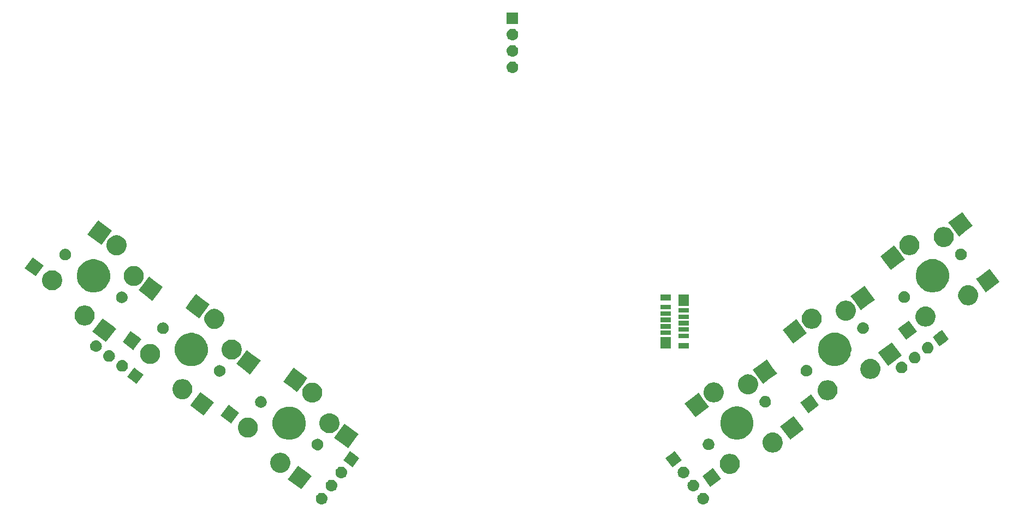
<source format=gbr>
G04 #@! TF.GenerationSoftware,KiCad,Pcbnew,(5.1.4)-1*
G04 #@! TF.CreationDate,2023-10-04T20:40:57-04:00*
G04 #@! TF.ProjectId,ThumbsUp,5468756d-6273-4557-902e-6b696361645f,rev?*
G04 #@! TF.SameCoordinates,Original*
G04 #@! TF.FileFunction,Soldermask,Bot*
G04 #@! TF.FilePolarity,Negative*
%FSLAX46Y46*%
G04 Gerber Fmt 4.6, Leading zero omitted, Abs format (unit mm)*
G04 Created by KiCad (PCBNEW (5.1.4)-1) date 2023-10-04 20:40:57*
%MOMM*%
%LPD*%
G04 APERTURE LIST*
%ADD10C,0.100000*%
G04 APERTURE END LIST*
D10*
G36*
X-293303728Y-138191121D02*
G01*
X-293237543Y-138197640D01*
X-293067704Y-138249160D01*
X-292911179Y-138332825D01*
X-292875441Y-138362155D01*
X-292773984Y-138445417D01*
X-292690722Y-138546874D01*
X-292661392Y-138582612D01*
X-292577727Y-138739137D01*
X-292526207Y-138908976D01*
X-292508811Y-139085603D01*
X-292526207Y-139262230D01*
X-292577727Y-139432069D01*
X-292661392Y-139588594D01*
X-292690722Y-139624332D01*
X-292773984Y-139725789D01*
X-292875441Y-139809051D01*
X-292911179Y-139838381D01*
X-293067704Y-139922046D01*
X-293237543Y-139973566D01*
X-293303727Y-139980084D01*
X-293369910Y-139986603D01*
X-293458430Y-139986603D01*
X-293524613Y-139980084D01*
X-293590797Y-139973566D01*
X-293760636Y-139922046D01*
X-293917161Y-139838381D01*
X-293952899Y-139809051D01*
X-294054356Y-139725789D01*
X-294137618Y-139624332D01*
X-294166948Y-139588594D01*
X-294250613Y-139432069D01*
X-294302133Y-139262230D01*
X-294319529Y-139085603D01*
X-294302133Y-138908976D01*
X-294250613Y-138739137D01*
X-294166948Y-138582612D01*
X-294137618Y-138546874D01*
X-294054356Y-138445417D01*
X-293952899Y-138362155D01*
X-293917161Y-138332825D01*
X-293760636Y-138249160D01*
X-293590797Y-138197640D01*
X-293524612Y-138191121D01*
X-293458430Y-138184603D01*
X-293369910Y-138184603D01*
X-293303728Y-138191121D01*
X-293303728Y-138191121D01*
G37*
G36*
X-352475388Y-138191121D02*
G01*
X-352409203Y-138197640D01*
X-352239364Y-138249160D01*
X-352082839Y-138332825D01*
X-352047101Y-138362155D01*
X-351945644Y-138445417D01*
X-351862382Y-138546874D01*
X-351833052Y-138582612D01*
X-351749387Y-138739137D01*
X-351697867Y-138908976D01*
X-351680471Y-139085603D01*
X-351697867Y-139262230D01*
X-351749387Y-139432069D01*
X-351833052Y-139588594D01*
X-351862382Y-139624332D01*
X-351945644Y-139725789D01*
X-352047101Y-139809051D01*
X-352082839Y-139838381D01*
X-352239364Y-139922046D01*
X-352409203Y-139973566D01*
X-352475387Y-139980084D01*
X-352541570Y-139986603D01*
X-352630090Y-139986603D01*
X-352696273Y-139980084D01*
X-352762457Y-139973566D01*
X-352932296Y-139922046D01*
X-353088821Y-139838381D01*
X-353124559Y-139809051D01*
X-353226016Y-139725789D01*
X-353309278Y-139624332D01*
X-353338608Y-139588594D01*
X-353422273Y-139432069D01*
X-353473793Y-139262230D01*
X-353491189Y-139085603D01*
X-353473793Y-138908976D01*
X-353422273Y-138739137D01*
X-353338608Y-138582612D01*
X-353309278Y-138546874D01*
X-353226016Y-138445417D01*
X-353124559Y-138362155D01*
X-353088821Y-138332825D01*
X-352932296Y-138249160D01*
X-352762457Y-138197640D01*
X-352696272Y-138191121D01*
X-352630090Y-138184603D01*
X-352541570Y-138184603D01*
X-352475388Y-138191121D01*
X-352475388Y-138191121D01*
G37*
G36*
X-350946778Y-136162586D02*
G01*
X-350880593Y-136169105D01*
X-350710754Y-136220625D01*
X-350554229Y-136304290D01*
X-350518491Y-136333620D01*
X-350417034Y-136416882D01*
X-350333772Y-136518339D01*
X-350304442Y-136554077D01*
X-350220777Y-136710602D01*
X-350169257Y-136880441D01*
X-350151861Y-137057068D01*
X-350169257Y-137233695D01*
X-350220777Y-137403534D01*
X-350304442Y-137560059D01*
X-350333772Y-137595797D01*
X-350417034Y-137697254D01*
X-350518491Y-137780516D01*
X-350554229Y-137809846D01*
X-350710754Y-137893511D01*
X-350880593Y-137945031D01*
X-350946778Y-137951550D01*
X-351012960Y-137958068D01*
X-351101480Y-137958068D01*
X-351167662Y-137951550D01*
X-351233847Y-137945031D01*
X-351403686Y-137893511D01*
X-351560211Y-137809846D01*
X-351595949Y-137780516D01*
X-351697406Y-137697254D01*
X-351780668Y-137595797D01*
X-351809998Y-137560059D01*
X-351893663Y-137403534D01*
X-351945183Y-137233695D01*
X-351962579Y-137057068D01*
X-351945183Y-136880441D01*
X-351893663Y-136710602D01*
X-351809998Y-136554077D01*
X-351780668Y-136518339D01*
X-351697406Y-136416882D01*
X-351595949Y-136333620D01*
X-351560211Y-136304290D01*
X-351403686Y-136220625D01*
X-351233847Y-136169105D01*
X-351167662Y-136162586D01*
X-351101480Y-136156068D01*
X-351012960Y-136156068D01*
X-350946778Y-136162586D01*
X-350946778Y-136162586D01*
G37*
G36*
X-294832338Y-136162586D02*
G01*
X-294766153Y-136169105D01*
X-294596314Y-136220625D01*
X-294439789Y-136304290D01*
X-294404051Y-136333620D01*
X-294302594Y-136416882D01*
X-294219332Y-136518339D01*
X-294190002Y-136554077D01*
X-294106337Y-136710602D01*
X-294054817Y-136880441D01*
X-294037421Y-137057068D01*
X-294054817Y-137233695D01*
X-294106337Y-137403534D01*
X-294190002Y-137560059D01*
X-294219332Y-137595797D01*
X-294302594Y-137697254D01*
X-294404051Y-137780516D01*
X-294439789Y-137809846D01*
X-294596314Y-137893511D01*
X-294766153Y-137945031D01*
X-294832338Y-137951550D01*
X-294898520Y-137958068D01*
X-294987040Y-137958068D01*
X-295053222Y-137951550D01*
X-295119407Y-137945031D01*
X-295289246Y-137893511D01*
X-295445771Y-137809846D01*
X-295481509Y-137780516D01*
X-295582966Y-137697254D01*
X-295666228Y-137595797D01*
X-295695558Y-137560059D01*
X-295779223Y-137403534D01*
X-295830743Y-137233695D01*
X-295848139Y-137057068D01*
X-295830743Y-136880441D01*
X-295779223Y-136710602D01*
X-295695558Y-136554077D01*
X-295666228Y-136518339D01*
X-295582966Y-136416882D01*
X-295481509Y-136333620D01*
X-295445771Y-136304290D01*
X-295289246Y-136220625D01*
X-295119407Y-136169105D01*
X-295053222Y-136162586D01*
X-294987040Y-136156068D01*
X-294898520Y-136156068D01*
X-294832338Y-136162586D01*
X-294832338Y-136162586D01*
G37*
G36*
X-354638718Y-135205161D02*
G01*
X-354132636Y-135586521D01*
X-355698558Y-137664570D01*
X-355698559Y-137664571D01*
X-357816540Y-136068557D01*
X-357515241Y-135668720D01*
X-356250618Y-133990508D01*
X-356250617Y-133990507D01*
X-354638718Y-135205161D01*
X-354638718Y-135205161D01*
G37*
G36*
X-290608274Y-136013215D02*
G01*
X-292287006Y-137278231D01*
X-293552022Y-135599499D01*
X-291873290Y-134334483D01*
X-290608274Y-136013215D01*
X-290608274Y-136013215D01*
G37*
G36*
X-349418168Y-134134052D02*
G01*
X-349351983Y-134140571D01*
X-349182144Y-134192091D01*
X-349025619Y-134275756D01*
X-348989881Y-134305086D01*
X-348888424Y-134388348D01*
X-348805162Y-134489805D01*
X-348775832Y-134525543D01*
X-348692167Y-134682068D01*
X-348640647Y-134851907D01*
X-348623251Y-135028534D01*
X-348640647Y-135205161D01*
X-348692167Y-135375000D01*
X-348775832Y-135531525D01*
X-348805162Y-135567263D01*
X-348888424Y-135668720D01*
X-348989881Y-135751982D01*
X-349025619Y-135781312D01*
X-349182144Y-135864977D01*
X-349351983Y-135916497D01*
X-349418168Y-135923016D01*
X-349484350Y-135929534D01*
X-349572870Y-135929534D01*
X-349639052Y-135923016D01*
X-349705237Y-135916497D01*
X-349875076Y-135864977D01*
X-350031601Y-135781312D01*
X-350067339Y-135751982D01*
X-350168796Y-135668720D01*
X-350252058Y-135567263D01*
X-350281388Y-135531525D01*
X-350365053Y-135375000D01*
X-350416573Y-135205161D01*
X-350433969Y-135028534D01*
X-350416573Y-134851907D01*
X-350365053Y-134682068D01*
X-350281388Y-134525543D01*
X-350252058Y-134489805D01*
X-350168796Y-134388348D01*
X-350067339Y-134305086D01*
X-350031601Y-134275756D01*
X-349875076Y-134192091D01*
X-349705237Y-134140571D01*
X-349639052Y-134134052D01*
X-349572870Y-134127534D01*
X-349484350Y-134127534D01*
X-349418168Y-134134052D01*
X-349418168Y-134134052D01*
G37*
G36*
X-296360948Y-134134052D02*
G01*
X-296294763Y-134140571D01*
X-296124924Y-134192091D01*
X-295968399Y-134275756D01*
X-295932661Y-134305086D01*
X-295831204Y-134388348D01*
X-295747942Y-134489805D01*
X-295718612Y-134525543D01*
X-295634947Y-134682068D01*
X-295583427Y-134851907D01*
X-295566031Y-135028534D01*
X-295583427Y-135205161D01*
X-295634947Y-135375000D01*
X-295718612Y-135531525D01*
X-295747942Y-135567263D01*
X-295831204Y-135668720D01*
X-295932661Y-135751982D01*
X-295968399Y-135781312D01*
X-296124924Y-135864977D01*
X-296294763Y-135916497D01*
X-296360948Y-135923016D01*
X-296427130Y-135929534D01*
X-296515650Y-135929534D01*
X-296581832Y-135923016D01*
X-296648017Y-135916497D01*
X-296817856Y-135864977D01*
X-296974381Y-135781312D01*
X-297010119Y-135751982D01*
X-297111576Y-135668720D01*
X-297194838Y-135567263D01*
X-297224168Y-135531525D01*
X-297307833Y-135375000D01*
X-297359353Y-135205161D01*
X-297376749Y-135028534D01*
X-297359353Y-134851907D01*
X-297307833Y-134682068D01*
X-297224168Y-134525543D01*
X-297194838Y-134489805D01*
X-297111576Y-134388348D01*
X-297010119Y-134305086D01*
X-296974381Y-134275756D01*
X-296817856Y-134192091D01*
X-296648017Y-134140571D01*
X-296581832Y-134134052D01*
X-296515650Y-134127534D01*
X-296427130Y-134127534D01*
X-296360948Y-134134052D01*
X-296360948Y-134134052D01*
G37*
G36*
X-288982339Y-132178807D02*
G01*
X-288832514Y-132208609D01*
X-288550250Y-132325526D01*
X-288296219Y-132495264D01*
X-288080183Y-132711300D01*
X-287910445Y-132965331D01*
X-287793528Y-133247595D01*
X-287733924Y-133547245D01*
X-287733924Y-133852765D01*
X-287793528Y-134152415D01*
X-287910445Y-134434679D01*
X-288080183Y-134688710D01*
X-288296219Y-134904746D01*
X-288550250Y-135074484D01*
X-288832514Y-135191401D01*
X-288982339Y-135221203D01*
X-289132163Y-135251005D01*
X-289437685Y-135251005D01*
X-289587509Y-135221203D01*
X-289737334Y-135191401D01*
X-290019598Y-135074484D01*
X-290273629Y-134904746D01*
X-290489665Y-134688710D01*
X-290659403Y-134434679D01*
X-290776320Y-134152415D01*
X-290835924Y-133852765D01*
X-290835924Y-133547245D01*
X-290776320Y-133247595D01*
X-290659403Y-132965331D01*
X-290489665Y-132711300D01*
X-290273629Y-132495264D01*
X-290019598Y-132325526D01*
X-289737334Y-132208609D01*
X-289587509Y-132178807D01*
X-289437685Y-132149005D01*
X-289132163Y-132149005D01*
X-288982339Y-132178807D01*
X-288982339Y-132178807D01*
G37*
G36*
X-358706818Y-132019444D02*
G01*
X-358556993Y-132049246D01*
X-358274729Y-132166163D01*
X-358020698Y-132335901D01*
X-357804662Y-132551937D01*
X-357634924Y-132805968D01*
X-357518007Y-133088232D01*
X-357458403Y-133387882D01*
X-357458403Y-133693402D01*
X-357518007Y-133993052D01*
X-357634924Y-134275316D01*
X-357804662Y-134529347D01*
X-358020698Y-134745383D01*
X-358274729Y-134915121D01*
X-358556993Y-135032038D01*
X-358706818Y-135061840D01*
X-358856642Y-135091642D01*
X-359162164Y-135091642D01*
X-359311988Y-135061840D01*
X-359461813Y-135032038D01*
X-359744077Y-134915121D01*
X-359998108Y-134745383D01*
X-360214144Y-134529347D01*
X-360383882Y-134275316D01*
X-360500799Y-133993052D01*
X-360560403Y-133693402D01*
X-360560403Y-133387882D01*
X-360500799Y-133088232D01*
X-360383882Y-132805968D01*
X-360214144Y-132551937D01*
X-359998108Y-132335901D01*
X-359744077Y-132166163D01*
X-359461813Y-132049246D01*
X-359311988Y-132019444D01*
X-359162164Y-131989642D01*
X-358856642Y-131989642D01*
X-358706818Y-132019444D01*
X-358706818Y-132019444D01*
G37*
G36*
X-347632171Y-132149005D02*
G01*
X-346738194Y-132822664D01*
X-346738194Y-132822665D01*
X-346938314Y-133088233D01*
X-347822664Y-134261806D01*
X-347822665Y-134261806D01*
X-348576962Y-133693402D01*
X-349261806Y-133177336D01*
X-349261806Y-133177335D01*
X-348747828Y-132495264D01*
X-348177336Y-131738194D01*
X-348177335Y-131738194D01*
X-347632171Y-132149005D01*
X-347632171Y-132149005D01*
G37*
G36*
X-297252172Y-132495264D02*
G01*
X-296738194Y-133177335D01*
X-296738194Y-133177336D01*
X-297423038Y-133693402D01*
X-298177335Y-134261806D01*
X-298177336Y-134261806D01*
X-299061686Y-133088233D01*
X-299261806Y-132822665D01*
X-299261806Y-132822664D01*
X-298367829Y-132149005D01*
X-297822665Y-131738194D01*
X-297822664Y-131738194D01*
X-297252172Y-132495264D01*
X-297252172Y-132495264D01*
G37*
G36*
X-282339849Y-128863715D02*
G01*
X-282190024Y-128893517D01*
X-281907760Y-129010434D01*
X-281653729Y-129180172D01*
X-281437693Y-129396208D01*
X-281267955Y-129650239D01*
X-281151038Y-129932503D01*
X-281144195Y-129966907D01*
X-281113976Y-130118824D01*
X-281091434Y-130232153D01*
X-281091434Y-130537673D01*
X-281151038Y-130837323D01*
X-281267955Y-131119587D01*
X-281437693Y-131373618D01*
X-281653729Y-131589654D01*
X-281907760Y-131759392D01*
X-282190024Y-131876309D01*
X-282339849Y-131906111D01*
X-282489673Y-131935913D01*
X-282795195Y-131935913D01*
X-282945019Y-131906111D01*
X-283094844Y-131876309D01*
X-283377108Y-131759392D01*
X-283631139Y-131589654D01*
X-283847175Y-131373618D01*
X-284016913Y-131119587D01*
X-284133830Y-130837323D01*
X-284193434Y-130537673D01*
X-284193434Y-130232153D01*
X-284170891Y-130118824D01*
X-284140673Y-129966907D01*
X-284133830Y-129932503D01*
X-284016913Y-129650239D01*
X-283847175Y-129396208D01*
X-283631139Y-129180172D01*
X-283377108Y-129010434D01*
X-283094844Y-128893517D01*
X-282945019Y-128863715D01*
X-282795195Y-128833913D01*
X-282489673Y-128833913D01*
X-282339849Y-128863715D01*
X-282339849Y-128863715D01*
G37*
G36*
X-353056972Y-129809181D02*
G01*
X-352969849Y-129826511D01*
X-352887130Y-129860775D01*
X-352805713Y-129894499D01*
X-352658991Y-129992535D01*
X-352657996Y-129993200D01*
X-352532372Y-130118824D01*
X-352532370Y-130118827D01*
X-352433671Y-130266541D01*
X-352433671Y-130266542D01*
X-352365683Y-130430677D01*
X-352365683Y-130430679D01*
X-352331024Y-130604921D01*
X-352331024Y-130782583D01*
X-352348353Y-130869704D01*
X-352365683Y-130956827D01*
X-352411008Y-131066250D01*
X-352433671Y-131120963D01*
X-352514803Y-131242386D01*
X-352532372Y-131268680D01*
X-352657996Y-131394304D01*
X-352657999Y-131394306D01*
X-352805713Y-131493005D01*
X-352860426Y-131515668D01*
X-352969849Y-131560993D01*
X-353056972Y-131578322D01*
X-353144093Y-131595652D01*
X-353321755Y-131595652D01*
X-353408876Y-131578322D01*
X-353495999Y-131560993D01*
X-353605422Y-131515668D01*
X-353660135Y-131493005D01*
X-353807849Y-131394306D01*
X-353807852Y-131394304D01*
X-353933476Y-131268680D01*
X-353951045Y-131242386D01*
X-354032177Y-131120963D01*
X-354054840Y-131066250D01*
X-354100165Y-130956827D01*
X-354117495Y-130869704D01*
X-354134824Y-130782583D01*
X-354134824Y-130604921D01*
X-354100165Y-130430679D01*
X-354100165Y-130430677D01*
X-354032177Y-130266542D01*
X-354032177Y-130266541D01*
X-353933478Y-130118827D01*
X-353933476Y-130118824D01*
X-353807852Y-129993200D01*
X-353806857Y-129992535D01*
X-353660135Y-129894499D01*
X-353578718Y-129860775D01*
X-353495999Y-129826511D01*
X-353408876Y-129809181D01*
X-353321755Y-129791852D01*
X-353144093Y-129791852D01*
X-353056972Y-129809181D01*
X-353056972Y-129809181D01*
G37*
G36*
X-292395866Y-129782890D02*
G01*
X-292308743Y-129800220D01*
X-292226024Y-129834484D01*
X-292144607Y-129868208D01*
X-292044575Y-129935047D01*
X-291996890Y-129966909D01*
X-291871266Y-130092533D01*
X-291871264Y-130092536D01*
X-291772565Y-130240250D01*
X-291772565Y-130240251D01*
X-291704577Y-130404386D01*
X-291699347Y-130430679D01*
X-291669918Y-130578630D01*
X-291669918Y-130756292D01*
X-291675148Y-130782583D01*
X-291704577Y-130930536D01*
X-291749902Y-131039959D01*
X-291772565Y-131094672D01*
X-291870601Y-131241394D01*
X-291871266Y-131242389D01*
X-291996890Y-131368013D01*
X-291996893Y-131368015D01*
X-292144607Y-131466714D01*
X-292199320Y-131489377D01*
X-292308743Y-131534702D01*
X-292395866Y-131552031D01*
X-292482987Y-131569361D01*
X-292660649Y-131569361D01*
X-292747770Y-131552031D01*
X-292834893Y-131534702D01*
X-292944316Y-131489377D01*
X-292999029Y-131466714D01*
X-293146743Y-131368015D01*
X-293146746Y-131368013D01*
X-293272370Y-131242389D01*
X-293273035Y-131241394D01*
X-293371071Y-131094672D01*
X-293393734Y-131039959D01*
X-293439059Y-130930536D01*
X-293468488Y-130782583D01*
X-293473718Y-130756292D01*
X-293473718Y-130578630D01*
X-293444289Y-130430679D01*
X-293439059Y-130404386D01*
X-293371071Y-130240251D01*
X-293371071Y-130240250D01*
X-293272372Y-130092536D01*
X-293272370Y-130092533D01*
X-293146746Y-129966909D01*
X-293099061Y-129935047D01*
X-292999029Y-129868208D01*
X-292917612Y-129834484D01*
X-292834893Y-129800220D01*
X-292747770Y-129782890D01*
X-292660649Y-129765561D01*
X-292482987Y-129765561D01*
X-292395866Y-129782890D01*
X-292395866Y-129782890D01*
G37*
G36*
X-348152264Y-128135159D02*
G01*
X-346867895Y-129103000D01*
X-346867895Y-129103001D01*
X-347413099Y-129826511D01*
X-348493999Y-131260914D01*
X-348494000Y-131260914D01*
X-349453773Y-130537673D01*
X-350651913Y-129634810D01*
X-350651913Y-129634809D01*
X-349813083Y-128521644D01*
X-349025809Y-127476896D01*
X-349025808Y-127476896D01*
X-348152264Y-128135159D01*
X-348152264Y-128135159D01*
G37*
G36*
X-357175744Y-124846748D02*
G01*
X-356874028Y-124906763D01*
X-356854780Y-124914736D01*
X-356405227Y-125100947D01*
X-355983315Y-125382859D01*
X-355624509Y-125741665D01*
X-355342597Y-126163577D01*
X-355240834Y-126409256D01*
X-355148413Y-126632378D01*
X-355136005Y-126694756D01*
X-355054648Y-127103764D01*
X-355049419Y-127130055D01*
X-355049419Y-127637483D01*
X-355148413Y-128135160D01*
X-355184382Y-128221996D01*
X-355342597Y-128603961D01*
X-355624509Y-129025873D01*
X-355983315Y-129384679D01*
X-356405227Y-129666591D01*
X-356644162Y-129765561D01*
X-356874028Y-129860775D01*
X-357371704Y-129959769D01*
X-357879134Y-129959769D01*
X-358376810Y-129860775D01*
X-358606676Y-129765561D01*
X-358845611Y-129666591D01*
X-359267523Y-129384679D01*
X-359626329Y-129025873D01*
X-359908241Y-128603961D01*
X-360066456Y-128221996D01*
X-360102425Y-128135160D01*
X-360201419Y-127637483D01*
X-360201419Y-127130055D01*
X-360196189Y-127103764D01*
X-360114833Y-126694756D01*
X-360102425Y-126632378D01*
X-360010004Y-126409256D01*
X-359908241Y-126163577D01*
X-359626329Y-125741665D01*
X-359267523Y-125382859D01*
X-358845611Y-125100947D01*
X-358396058Y-124914736D01*
X-358376810Y-124906763D01*
X-358075094Y-124846748D01*
X-357879134Y-124807769D01*
X-357371704Y-124807769D01*
X-357175744Y-124846748D01*
X-357175744Y-124846748D01*
G37*
G36*
X-279331589Y-126260985D02*
G01*
X-277939109Y-128108869D01*
X-277765667Y-128339034D01*
X-279883648Y-129935048D01*
X-279959428Y-129834484D01*
X-281449571Y-127856998D01*
X-281130852Y-127616826D01*
X-279331590Y-126260984D01*
X-279331589Y-126260985D01*
X-279331589Y-126260985D01*
G37*
G36*
X-287793435Y-124807769D02*
G01*
X-287427932Y-124880472D01*
X-287345212Y-124914736D01*
X-286959131Y-125074656D01*
X-286537219Y-125356568D01*
X-286178413Y-125715374D01*
X-285896501Y-126137286D01*
X-285783847Y-126409256D01*
X-285702317Y-126606087D01*
X-285697087Y-126632379D01*
X-285603323Y-127103763D01*
X-285603323Y-127611193D01*
X-285608553Y-127637484D01*
X-285702317Y-128108869D01*
X-285713207Y-128135159D01*
X-285896501Y-128577670D01*
X-286178413Y-128999582D01*
X-286537219Y-129358388D01*
X-286959131Y-129640300D01*
X-287233748Y-129754050D01*
X-287427932Y-129834484D01*
X-287676771Y-129883981D01*
X-287925608Y-129933478D01*
X-288433038Y-129933478D01*
X-288681875Y-129883981D01*
X-288930714Y-129834484D01*
X-289124898Y-129754050D01*
X-289399515Y-129640300D01*
X-289821427Y-129358388D01*
X-290180233Y-128999582D01*
X-290462145Y-128577670D01*
X-290645439Y-128135159D01*
X-290656329Y-128108869D01*
X-290750093Y-127637484D01*
X-290755323Y-127611193D01*
X-290755323Y-127103763D01*
X-290661559Y-126632379D01*
X-290656329Y-126606087D01*
X-290574799Y-126409256D01*
X-290462145Y-126137286D01*
X-290180233Y-125715374D01*
X-289821427Y-125356568D01*
X-289399515Y-125074656D01*
X-289013434Y-124914736D01*
X-288930714Y-124880472D01*
X-288565211Y-124807769D01*
X-288433038Y-124781478D01*
X-287925608Y-124781478D01*
X-287793435Y-124807769D01*
X-287793435Y-124807769D01*
G37*
G36*
X-363724407Y-126548037D02*
G01*
X-363574582Y-126577839D01*
X-363292318Y-126694756D01*
X-363038287Y-126864494D01*
X-362822251Y-127080530D01*
X-362652513Y-127334561D01*
X-362535596Y-127616825D01*
X-362475992Y-127916475D01*
X-362475992Y-128221995D01*
X-362535596Y-128521645D01*
X-362652513Y-128803909D01*
X-362822251Y-129057940D01*
X-363038287Y-129273976D01*
X-363292318Y-129443714D01*
X-363574582Y-129560631D01*
X-363724407Y-129590433D01*
X-363874231Y-129620235D01*
X-364179753Y-129620235D01*
X-364329577Y-129590433D01*
X-364479402Y-129560631D01*
X-364761666Y-129443714D01*
X-365015697Y-129273976D01*
X-365231733Y-129057940D01*
X-365401471Y-128803909D01*
X-365518388Y-128521645D01*
X-365577992Y-128221995D01*
X-365577992Y-127916475D01*
X-365518388Y-127616825D01*
X-365401471Y-127334561D01*
X-365231733Y-127080530D01*
X-365015697Y-126864494D01*
X-364761666Y-126694756D01*
X-364479402Y-126577839D01*
X-364329577Y-126548037D01*
X-364179753Y-126518235D01*
X-363874231Y-126518235D01*
X-363724407Y-126548037D01*
X-363724407Y-126548037D01*
G37*
G36*
X-351072850Y-125876763D02*
G01*
X-350923025Y-125906565D01*
X-350640761Y-126023482D01*
X-350386730Y-126193220D01*
X-350170694Y-126409256D01*
X-350000956Y-126663287D01*
X-349884039Y-126945551D01*
X-349884039Y-126945552D01*
X-349824435Y-127245200D01*
X-349824435Y-127550722D01*
X-349837584Y-127616825D01*
X-349884039Y-127850371D01*
X-350000956Y-128132635D01*
X-350170694Y-128386666D01*
X-350386730Y-128602702D01*
X-350640761Y-128772440D01*
X-350923025Y-128889357D01*
X-351072850Y-128919159D01*
X-351222674Y-128948961D01*
X-351528196Y-128948961D01*
X-351678020Y-128919159D01*
X-351827845Y-128889357D01*
X-352110109Y-128772440D01*
X-352364140Y-128602702D01*
X-352580176Y-128386666D01*
X-352749914Y-128132635D01*
X-352866831Y-127850371D01*
X-352913286Y-127616825D01*
X-352926435Y-127550722D01*
X-352926435Y-127245200D01*
X-352866831Y-126945552D01*
X-352866831Y-126945551D01*
X-352749914Y-126663287D01*
X-352580176Y-126409256D01*
X-352364140Y-126193220D01*
X-352110109Y-126023482D01*
X-351827845Y-125906565D01*
X-351678020Y-125876763D01*
X-351528196Y-125846961D01*
X-351222674Y-125846961D01*
X-351072850Y-125876763D01*
X-351072850Y-125876763D01*
G37*
G36*
X-365350342Y-125756024D02*
G01*
X-366385749Y-127130055D01*
X-366539855Y-127334561D01*
X-366615358Y-127434756D01*
X-368294090Y-126169740D01*
X-367029074Y-124491008D01*
X-365350342Y-125756024D01*
X-365350342Y-125756024D01*
G37*
G36*
X-293384798Y-123646575D02*
G01*
X-292483645Y-124842445D01*
X-292483645Y-124842446D01*
X-293200798Y-125382859D01*
X-294641558Y-126468550D01*
X-294641559Y-126468550D01*
X-295568878Y-125237956D01*
X-296267663Y-124310637D01*
X-296267663Y-124310636D01*
X-294988796Y-123346941D01*
X-294109750Y-122684532D01*
X-294109749Y-122684532D01*
X-293384798Y-123646575D01*
X-293384798Y-123646575D01*
G37*
G36*
X-369344866Y-124123284D02*
G01*
X-369306711Y-124152036D01*
X-370872633Y-126230085D01*
X-370872634Y-126230086D01*
X-372990615Y-124634072D01*
X-372746889Y-124310637D01*
X-371424693Y-122556023D01*
X-371424692Y-122556022D01*
X-369344866Y-124123284D01*
X-369344866Y-124123284D01*
G37*
G36*
X-275434199Y-124578730D02*
G01*
X-275434200Y-124578731D01*
X-275507640Y-124634072D01*
X-277112931Y-125843746D01*
X-278377947Y-124165014D01*
X-278374763Y-124162615D01*
X-278104111Y-123958664D01*
X-276699215Y-122899998D01*
X-275434199Y-124578730D01*
X-275434199Y-124578730D01*
G37*
G36*
X-361841962Y-123189215D02*
G01*
X-361754839Y-123206545D01*
X-361654175Y-123248242D01*
X-361590703Y-123274533D01*
X-361452974Y-123366560D01*
X-361442986Y-123373234D01*
X-361317362Y-123498858D01*
X-361317360Y-123498861D01*
X-361218661Y-123646575D01*
X-361218661Y-123646576D01*
X-361150673Y-123810711D01*
X-361150673Y-123810713D01*
X-361116984Y-123980076D01*
X-361116014Y-123984957D01*
X-361116014Y-124162615D01*
X-361150673Y-124336861D01*
X-361195998Y-124446284D01*
X-361218661Y-124500997D01*
X-361270601Y-124578731D01*
X-361317362Y-124648714D01*
X-361442986Y-124774338D01*
X-361442989Y-124774340D01*
X-361590703Y-124873039D01*
X-361645416Y-124895702D01*
X-361754839Y-124941027D01*
X-361841962Y-124958356D01*
X-361929083Y-124975686D01*
X-362106745Y-124975686D01*
X-362193866Y-124958356D01*
X-362280989Y-124941027D01*
X-362390412Y-124895702D01*
X-362445125Y-124873039D01*
X-362592839Y-124774340D01*
X-362592842Y-124774338D01*
X-362718466Y-124648714D01*
X-362765227Y-124578731D01*
X-362817167Y-124500997D01*
X-362839830Y-124446284D01*
X-362885155Y-124336861D01*
X-362919814Y-124162615D01*
X-362919814Y-123984957D01*
X-362918843Y-123980076D01*
X-362885155Y-123810713D01*
X-362885155Y-123810711D01*
X-362817167Y-123646576D01*
X-362817167Y-123646575D01*
X-362718468Y-123498861D01*
X-362718466Y-123498858D01*
X-362592842Y-123373234D01*
X-362582854Y-123366560D01*
X-362445125Y-123274533D01*
X-362381653Y-123248242D01*
X-362280989Y-123206545D01*
X-362193866Y-123189215D01*
X-362106745Y-123171886D01*
X-361929083Y-123171886D01*
X-361841962Y-123189215D01*
X-361841962Y-123189215D01*
G37*
G36*
X-283610876Y-123162925D02*
G01*
X-283523753Y-123180254D01*
X-283414330Y-123225579D01*
X-283359617Y-123248242D01*
X-283221888Y-123340269D01*
X-283211900Y-123346943D01*
X-283086276Y-123472567D01*
X-283086274Y-123472570D01*
X-282987575Y-123620284D01*
X-282987447Y-123620593D01*
X-282919587Y-123784420D01*
X-282909202Y-123836629D01*
X-282884928Y-123958664D01*
X-282884928Y-124136326D01*
X-282894190Y-124182888D01*
X-282919587Y-124310570D01*
X-282964912Y-124419993D01*
X-282987575Y-124474706D01*
X-283057082Y-124578731D01*
X-283086276Y-124622423D01*
X-283211900Y-124748047D01*
X-283211903Y-124748049D01*
X-283359617Y-124846748D01*
X-283414330Y-124869411D01*
X-283523753Y-124914736D01*
X-283610876Y-124932066D01*
X-283697997Y-124949395D01*
X-283875659Y-124949395D01*
X-283962780Y-124932066D01*
X-284049903Y-124914736D01*
X-284159326Y-124869411D01*
X-284214039Y-124846748D01*
X-284361753Y-124748049D01*
X-284361756Y-124748047D01*
X-284487380Y-124622423D01*
X-284516574Y-124578731D01*
X-284586081Y-124474706D01*
X-284608744Y-124419993D01*
X-284654069Y-124310570D01*
X-284679466Y-124182888D01*
X-284688728Y-124136326D01*
X-284688728Y-123958664D01*
X-284664454Y-123836629D01*
X-284654069Y-123784420D01*
X-284586209Y-123620593D01*
X-284586081Y-123620284D01*
X-284487382Y-123472570D01*
X-284487380Y-123472567D01*
X-284361756Y-123346943D01*
X-284351768Y-123340269D01*
X-284214039Y-123248242D01*
X-284159326Y-123225579D01*
X-284049903Y-123180254D01*
X-283962780Y-123162925D01*
X-283875659Y-123145595D01*
X-283697997Y-123145595D01*
X-283610876Y-123162925D01*
X-283610876Y-123162925D01*
G37*
G36*
X-353742035Y-121110690D02*
G01*
X-353592210Y-121140492D01*
X-353309946Y-121257409D01*
X-353055915Y-121427147D01*
X-352839879Y-121643183D01*
X-352670141Y-121897214D01*
X-352553224Y-122179478D01*
X-352523422Y-122329303D01*
X-352493620Y-122479127D01*
X-352493620Y-122784649D01*
X-352516565Y-122899999D01*
X-352553224Y-123084298D01*
X-352670141Y-123366562D01*
X-352839879Y-123620593D01*
X-353055915Y-123836629D01*
X-353309946Y-124006367D01*
X-353592210Y-124123284D01*
X-353657767Y-124136324D01*
X-353891859Y-124182888D01*
X-354197381Y-124182888D01*
X-354431473Y-124136324D01*
X-354497030Y-124123284D01*
X-354779294Y-124006367D01*
X-355033325Y-123836629D01*
X-355249361Y-123620593D01*
X-355419099Y-123366562D01*
X-355536016Y-123084298D01*
X-355572675Y-122899999D01*
X-355595620Y-122784649D01*
X-355595620Y-122479127D01*
X-355565818Y-122329303D01*
X-355536016Y-122179478D01*
X-355419099Y-121897214D01*
X-355249361Y-121643183D01*
X-355033325Y-121427147D01*
X-354779294Y-121257409D01*
X-354497030Y-121140492D01*
X-354347205Y-121110690D01*
X-354197381Y-121080888D01*
X-353891859Y-121080888D01*
X-353742035Y-121110690D01*
X-353742035Y-121110690D01*
G37*
G36*
X-291475188Y-121080888D02*
G01*
X-291307712Y-121114201D01*
X-291025448Y-121231118D01*
X-290771417Y-121400856D01*
X-290555381Y-121616892D01*
X-290385643Y-121870923D01*
X-290268726Y-122153187D01*
X-290263496Y-122179479D01*
X-290209122Y-122452836D01*
X-290209122Y-122758358D01*
X-290214352Y-122784649D01*
X-290268726Y-123058007D01*
X-290385643Y-123340271D01*
X-290555381Y-123594302D01*
X-290771417Y-123810338D01*
X-291025448Y-123980076D01*
X-291307712Y-124096993D01*
X-291439886Y-124123284D01*
X-291607361Y-124156597D01*
X-291912883Y-124156597D01*
X-292080358Y-124123284D01*
X-292212532Y-124096993D01*
X-292494796Y-123980076D01*
X-292748827Y-123810338D01*
X-292964863Y-123594302D01*
X-293134601Y-123340271D01*
X-293251518Y-123058007D01*
X-293305892Y-122784649D01*
X-293311122Y-122758358D01*
X-293311122Y-122452836D01*
X-293256748Y-122179479D01*
X-293251518Y-122153187D01*
X-293134601Y-121870923D01*
X-292964863Y-121616892D01*
X-292748827Y-121400856D01*
X-292494796Y-121231118D01*
X-292212532Y-121114201D01*
X-292045056Y-121080888D01*
X-291912883Y-121054597D01*
X-291607361Y-121054597D01*
X-291475188Y-121080888D01*
X-291475188Y-121080888D01*
G37*
G36*
X-273808264Y-120744322D02*
G01*
X-273658439Y-120774124D01*
X-273376175Y-120891041D01*
X-273122144Y-121060779D01*
X-272906108Y-121276815D01*
X-272736370Y-121530846D01*
X-272622427Y-121805930D01*
X-272619453Y-121813111D01*
X-272559849Y-122112759D01*
X-272559849Y-122418281D01*
X-272566723Y-122452837D01*
X-272619453Y-122717930D01*
X-272736370Y-123000194D01*
X-272906108Y-123254225D01*
X-273122144Y-123470261D01*
X-273376175Y-123639999D01*
X-273658439Y-123756916D01*
X-273796711Y-123784420D01*
X-273958088Y-123816520D01*
X-274263610Y-123816520D01*
X-274424987Y-123784420D01*
X-274563259Y-123756916D01*
X-274845523Y-123639999D01*
X-275099554Y-123470261D01*
X-275315590Y-123254225D01*
X-275485328Y-123000194D01*
X-275602245Y-122717930D01*
X-275654975Y-122452837D01*
X-275661849Y-122418281D01*
X-275661849Y-122112759D01*
X-275602245Y-121813111D01*
X-275599271Y-121805930D01*
X-275485328Y-121530846D01*
X-275315590Y-121276815D01*
X-275099554Y-121060779D01*
X-274845523Y-120891041D01*
X-274563259Y-120774124D01*
X-274413434Y-120744322D01*
X-274263610Y-120714520D01*
X-273958088Y-120714520D01*
X-273808264Y-120744322D01*
X-273808264Y-120744322D01*
G37*
G36*
X-373880893Y-120584959D02*
G01*
X-373731068Y-120614761D01*
X-373448804Y-120731678D01*
X-373194773Y-120901416D01*
X-372978737Y-121117452D01*
X-372808999Y-121371483D01*
X-372692082Y-121653747D01*
X-372632478Y-121953397D01*
X-372632478Y-122258917D01*
X-372692082Y-122558567D01*
X-372808999Y-122840831D01*
X-372978737Y-123094862D01*
X-373194773Y-123310898D01*
X-373448804Y-123480636D01*
X-373731068Y-123597553D01*
X-373845345Y-123620284D01*
X-374030717Y-123657157D01*
X-374336239Y-123657157D01*
X-374521611Y-123620284D01*
X-374635888Y-123597553D01*
X-374918152Y-123480636D01*
X-375172183Y-123310898D01*
X-375388219Y-123094862D01*
X-375557957Y-122840831D01*
X-375674874Y-122558567D01*
X-375734478Y-122258917D01*
X-375734478Y-121953397D01*
X-375674874Y-121653747D01*
X-375557957Y-121371483D01*
X-375388219Y-121117452D01*
X-375172183Y-120901416D01*
X-374918152Y-120731678D01*
X-374635888Y-120614761D01*
X-374486063Y-120584959D01*
X-374336239Y-120555157D01*
X-374030717Y-120555157D01*
X-373880893Y-120584959D01*
X-373880893Y-120584959D01*
G37*
G36*
X-286188921Y-119822664D02*
G01*
X-285990542Y-119862124D01*
X-285708278Y-119979041D01*
X-285454247Y-120148779D01*
X-285238211Y-120364815D01*
X-285068473Y-120618846D01*
X-284951556Y-120901110D01*
X-284891952Y-121200760D01*
X-284891952Y-121506280D01*
X-284951556Y-121805930D01*
X-285068473Y-122088194D01*
X-285238211Y-122342225D01*
X-285454247Y-122558261D01*
X-285708278Y-122727999D01*
X-285990542Y-122844916D01*
X-286140367Y-122874718D01*
X-286290191Y-122904520D01*
X-286595713Y-122904520D01*
X-286745537Y-122874718D01*
X-286895362Y-122844916D01*
X-287177626Y-122727999D01*
X-287431657Y-122558261D01*
X-287647693Y-122342225D01*
X-287817431Y-122088194D01*
X-287934348Y-121805930D01*
X-287993952Y-121506280D01*
X-287993952Y-121200760D01*
X-287934348Y-120901110D01*
X-287817431Y-120618846D01*
X-287647693Y-120364815D01*
X-287431657Y-120148779D01*
X-287177626Y-119979041D01*
X-286895362Y-119862124D01*
X-286696983Y-119822664D01*
X-286595713Y-119802520D01*
X-286290191Y-119802520D01*
X-286188921Y-119822664D01*
X-286188921Y-119822664D01*
G37*
G36*
X-356157483Y-119348096D02*
G01*
X-354768142Y-120395039D01*
X-354768142Y-120395040D01*
X-355432608Y-121276816D01*
X-356394246Y-122552953D01*
X-356394247Y-122552953D01*
X-357376051Y-121813110D01*
X-358552160Y-120926849D01*
X-358552160Y-120926848D01*
X-357837936Y-119979041D01*
X-356926056Y-118768935D01*
X-356926055Y-118768935D01*
X-356157483Y-119348096D01*
X-356157483Y-119348096D01*
G37*
G36*
X-282634196Y-118721161D02*
G01*
X-281935411Y-119648480D01*
X-281935411Y-119648481D01*
X-283138611Y-120555157D01*
X-284093324Y-121274585D01*
X-284093325Y-121274585D01*
X-285103882Y-119933530D01*
X-285719429Y-119116672D01*
X-285719429Y-119116671D01*
X-284215064Y-117983051D01*
X-283561516Y-117490567D01*
X-283561515Y-117490567D01*
X-282634196Y-118721161D01*
X-282634196Y-118721161D01*
G37*
G36*
X-381103731Y-119170436D02*
G01*
X-380238194Y-119822664D01*
X-380238194Y-119822665D01*
X-380488753Y-120155168D01*
X-381322664Y-121261806D01*
X-381322665Y-121261806D01*
X-382175899Y-120618848D01*
X-382761806Y-120177336D01*
X-382761806Y-120177335D01*
X-382268232Y-119522340D01*
X-381677336Y-118738194D01*
X-381677335Y-118738194D01*
X-381103731Y-119170436D01*
X-381103731Y-119170436D01*
G37*
G36*
X-267165774Y-117429230D02*
G01*
X-267015949Y-117459032D01*
X-266733685Y-117575949D01*
X-266479654Y-117745687D01*
X-266263618Y-117961723D01*
X-266093880Y-118215754D01*
X-265976963Y-118498018D01*
X-265970120Y-118532422D01*
X-265939901Y-118684339D01*
X-265917359Y-118797668D01*
X-265917359Y-119103188D01*
X-265976963Y-119402838D01*
X-266093880Y-119685102D01*
X-266263618Y-119939133D01*
X-266479654Y-120155169D01*
X-266733685Y-120324907D01*
X-267015949Y-120441824D01*
X-267165774Y-120471626D01*
X-267315598Y-120501428D01*
X-267621120Y-120501428D01*
X-267770944Y-120471626D01*
X-267920769Y-120441824D01*
X-268203033Y-120324907D01*
X-268457064Y-120155169D01*
X-268673100Y-119939133D01*
X-268842838Y-119685102D01*
X-268959755Y-119402838D01*
X-269019359Y-119103188D01*
X-269019359Y-118797668D01*
X-268996816Y-118684339D01*
X-268966598Y-118532422D01*
X-268959755Y-118498018D01*
X-268842838Y-118215754D01*
X-268673100Y-117961723D01*
X-268457064Y-117745687D01*
X-268203033Y-117575949D01*
X-267920769Y-117459032D01*
X-267770944Y-117429230D01*
X-267621120Y-117399428D01*
X-267315598Y-117399428D01*
X-267165774Y-117429230D01*
X-267165774Y-117429230D01*
G37*
G36*
X-368231047Y-118374696D02*
G01*
X-368143924Y-118392026D01*
X-368061205Y-118426290D01*
X-367979788Y-118460014D01*
X-367833066Y-118558050D01*
X-367832071Y-118558715D01*
X-367706447Y-118684339D01*
X-367706445Y-118684342D01*
X-367607746Y-118832056D01*
X-367607746Y-118832057D01*
X-367539758Y-118996192D01*
X-367539758Y-118996194D01*
X-367505099Y-119170436D01*
X-367505099Y-119348098D01*
X-367522429Y-119435219D01*
X-367539758Y-119522342D01*
X-367581781Y-119623793D01*
X-367607746Y-119686478D01*
X-367685283Y-119802520D01*
X-367706447Y-119834195D01*
X-367832071Y-119959819D01*
X-367832074Y-119959821D01*
X-367979788Y-120058520D01*
X-368034501Y-120081183D01*
X-368143924Y-120126508D01*
X-368231047Y-120143837D01*
X-368318168Y-120161167D01*
X-368495830Y-120161167D01*
X-368582951Y-120143837D01*
X-368670074Y-120126508D01*
X-368779497Y-120081183D01*
X-368834210Y-120058520D01*
X-368981924Y-119959821D01*
X-368981927Y-119959819D01*
X-369107551Y-119834195D01*
X-369128715Y-119802520D01*
X-369206252Y-119686478D01*
X-369232217Y-119623793D01*
X-369274240Y-119522342D01*
X-369291569Y-119435219D01*
X-369308899Y-119348098D01*
X-369308899Y-119170436D01*
X-369274240Y-118996194D01*
X-369274240Y-118996192D01*
X-369206252Y-118832057D01*
X-369206252Y-118832056D01*
X-369107553Y-118684342D01*
X-369107551Y-118684339D01*
X-368981927Y-118558715D01*
X-368980932Y-118558050D01*
X-368834210Y-118460014D01*
X-368752793Y-118426290D01*
X-368670074Y-118392026D01*
X-368582951Y-118374696D01*
X-368495830Y-118357367D01*
X-368318168Y-118357367D01*
X-368231047Y-118374696D01*
X-368231047Y-118374696D01*
G37*
G36*
X-277221791Y-118348406D02*
G01*
X-277134668Y-118365735D01*
X-277051949Y-118399999D01*
X-276970532Y-118433723D01*
X-276870500Y-118500562D01*
X-276822815Y-118532424D01*
X-276697191Y-118658048D01*
X-276697189Y-118658051D01*
X-276598490Y-118805765D01*
X-276598490Y-118805766D01*
X-276530502Y-118969901D01*
X-276525272Y-118996194D01*
X-276495843Y-119144145D01*
X-276495843Y-119321807D01*
X-276505905Y-119372390D01*
X-276530502Y-119496051D01*
X-276562075Y-119572273D01*
X-276598490Y-119660187D01*
X-276693594Y-119802520D01*
X-276697191Y-119807904D01*
X-276822815Y-119933528D01*
X-276822818Y-119933530D01*
X-276970532Y-120032229D01*
X-277025245Y-120054892D01*
X-277134668Y-120100217D01*
X-277221791Y-120117546D01*
X-277308912Y-120134876D01*
X-277486574Y-120134876D01*
X-277573695Y-120117546D01*
X-277660818Y-120100217D01*
X-277770241Y-120054892D01*
X-277824954Y-120032229D01*
X-277972668Y-119933530D01*
X-277972671Y-119933528D01*
X-278098295Y-119807904D01*
X-278101892Y-119802520D01*
X-278196996Y-119660187D01*
X-278233411Y-119572273D01*
X-278264984Y-119496051D01*
X-278289581Y-119372390D01*
X-278299643Y-119321807D01*
X-278299643Y-119144145D01*
X-278270214Y-118996194D01*
X-278264984Y-118969901D01*
X-278196996Y-118805766D01*
X-278196996Y-118805765D01*
X-278098297Y-118658051D01*
X-278098295Y-118658048D01*
X-277972671Y-118532424D01*
X-277924986Y-118500562D01*
X-277824954Y-118433723D01*
X-277743537Y-118399999D01*
X-277660818Y-118365735D01*
X-277573695Y-118348406D01*
X-277486574Y-118331076D01*
X-277308912Y-118331076D01*
X-277221791Y-118348406D01*
X-277221791Y-118348406D01*
G37*
G36*
X-363326339Y-116700674D02*
G01*
X-362041970Y-117668515D01*
X-362041970Y-117668516D01*
X-362585167Y-118389362D01*
X-363668074Y-119826429D01*
X-363668075Y-119826429D01*
X-364655572Y-119082296D01*
X-365825988Y-118200325D01*
X-365825988Y-118200324D01*
X-364987158Y-117087159D01*
X-364199884Y-116042411D01*
X-364199883Y-116042411D01*
X-363326339Y-116700674D01*
X-363326339Y-116700674D01*
G37*
G36*
X-262544030Y-117839490D02*
G01*
X-262458976Y-117847867D01*
X-262289137Y-117899387D01*
X-262132612Y-117983052D01*
X-262096874Y-118012382D01*
X-261995417Y-118095644D01*
X-261921470Y-118185750D01*
X-261882825Y-118232839D01*
X-261799160Y-118389364D01*
X-261747640Y-118559203D01*
X-261730244Y-118735830D01*
X-261747640Y-118912457D01*
X-261799160Y-119082296D01*
X-261882825Y-119238821D01*
X-261912155Y-119274559D01*
X-261995417Y-119376016D01*
X-262096874Y-119459278D01*
X-262132612Y-119488608D01*
X-262289137Y-119572273D01*
X-262458976Y-119623793D01*
X-262525160Y-119630311D01*
X-262591343Y-119636830D01*
X-262679863Y-119636830D01*
X-262746046Y-119630311D01*
X-262812230Y-119623793D01*
X-262982069Y-119572273D01*
X-263138594Y-119488608D01*
X-263174332Y-119459278D01*
X-263275789Y-119376016D01*
X-263359051Y-119274559D01*
X-263388381Y-119238821D01*
X-263472046Y-119082296D01*
X-263523566Y-118912457D01*
X-263540962Y-118735830D01*
X-263523566Y-118559203D01*
X-263472046Y-118389364D01*
X-263388381Y-118232839D01*
X-263349736Y-118185750D01*
X-263275789Y-118095644D01*
X-263174332Y-118012382D01*
X-263138594Y-117983052D01*
X-262982069Y-117899387D01*
X-262812230Y-117847867D01*
X-262727176Y-117839490D01*
X-262679863Y-117834830D01*
X-262591343Y-117834830D01*
X-262544030Y-117839490D01*
X-262544030Y-117839490D01*
G37*
G36*
X-383418092Y-117576908D02*
G01*
X-383351907Y-117583427D01*
X-383182068Y-117634947D01*
X-383025543Y-117718612D01*
X-382992552Y-117745687D01*
X-382888348Y-117831204D01*
X-382832392Y-117899388D01*
X-382775756Y-117968399D01*
X-382775755Y-117968401D01*
X-382701019Y-118108220D01*
X-382692091Y-118124924D01*
X-382640571Y-118294763D01*
X-382623175Y-118471390D01*
X-382640571Y-118648017D01*
X-382692091Y-118817856D01*
X-382775756Y-118974381D01*
X-382793656Y-118996192D01*
X-382888348Y-119111576D01*
X-382960073Y-119170438D01*
X-383025543Y-119224168D01*
X-383182068Y-119307833D01*
X-383351907Y-119359353D01*
X-383418092Y-119365872D01*
X-383484274Y-119372390D01*
X-383572794Y-119372390D01*
X-383638976Y-119365872D01*
X-383705161Y-119359353D01*
X-383875000Y-119307833D01*
X-384031525Y-119224168D01*
X-384096995Y-119170438D01*
X-384168720Y-119111576D01*
X-384263412Y-118996192D01*
X-384281312Y-118974381D01*
X-384364977Y-118817856D01*
X-384416497Y-118648017D01*
X-384433893Y-118471390D01*
X-384416497Y-118294763D01*
X-384364977Y-118124924D01*
X-384356048Y-118108220D01*
X-384281313Y-117968401D01*
X-384281312Y-117968399D01*
X-384224676Y-117899388D01*
X-384168720Y-117831204D01*
X-384064516Y-117745687D01*
X-384031525Y-117718612D01*
X-383875000Y-117634947D01*
X-383705161Y-117583427D01*
X-383638976Y-117576908D01*
X-383572794Y-117570390D01*
X-383484274Y-117570390D01*
X-383418092Y-117576908D01*
X-383418092Y-117576908D01*
G37*
G36*
X-372349819Y-113412263D02*
G01*
X-372048103Y-113472278D01*
X-372028855Y-113480251D01*
X-371579302Y-113666462D01*
X-371157390Y-113948374D01*
X-370798584Y-114307180D01*
X-370516672Y-114729092D01*
X-370435180Y-114925831D01*
X-370322488Y-115197893D01*
X-370314601Y-115237543D01*
X-370226867Y-115678610D01*
X-370223494Y-115695570D01*
X-370223494Y-116202998D01*
X-370322488Y-116700675D01*
X-370358457Y-116787511D01*
X-370516672Y-117169476D01*
X-370798584Y-117591388D01*
X-371157390Y-117950194D01*
X-371579302Y-118232106D01*
X-371818237Y-118331076D01*
X-372048103Y-118426290D01*
X-372274836Y-118471390D01*
X-372545779Y-118525284D01*
X-373053209Y-118525284D01*
X-373324152Y-118471390D01*
X-373550885Y-118426290D01*
X-373780751Y-118331076D01*
X-374019686Y-118232106D01*
X-374441598Y-117950194D01*
X-374800404Y-117591388D01*
X-375082316Y-117169476D01*
X-375240531Y-116787511D01*
X-375276500Y-116700675D01*
X-375375494Y-116202998D01*
X-375375494Y-115695570D01*
X-375372120Y-115678610D01*
X-375284387Y-115237543D01*
X-375276500Y-115197893D01*
X-375163808Y-114925831D01*
X-375082316Y-114729092D01*
X-374800404Y-114307180D01*
X-374441598Y-113948374D01*
X-374019686Y-113666462D01*
X-373570133Y-113480251D01*
X-373550885Y-113472278D01*
X-373249169Y-113412263D01*
X-373053209Y-113373284D01*
X-372545779Y-113373284D01*
X-372349819Y-113412263D01*
X-372349819Y-113412263D01*
G37*
G36*
X-264157514Y-114826500D02*
G01*
X-262765034Y-116674384D01*
X-262591592Y-116904549D01*
X-264709573Y-118500563D01*
X-264731556Y-118471390D01*
X-266275496Y-116422513D01*
X-266137859Y-116318796D01*
X-264157515Y-114826499D01*
X-264157514Y-114826500D01*
X-264157514Y-114826500D01*
G37*
G36*
X-272619360Y-113373284D02*
G01*
X-272253857Y-113445987D01*
X-272171137Y-113480251D01*
X-271785056Y-113640171D01*
X-271363144Y-113922083D01*
X-271004338Y-114280889D01*
X-270722426Y-114702801D01*
X-270641158Y-114899000D01*
X-270528242Y-115171602D01*
X-270523012Y-115197894D01*
X-270429248Y-115669278D01*
X-270429248Y-116176708D01*
X-270443949Y-116250613D01*
X-270528242Y-116674384D01*
X-270605439Y-116860754D01*
X-270722426Y-117143185D01*
X-271004338Y-117565097D01*
X-271363144Y-117923903D01*
X-271785056Y-118205815D01*
X-272059673Y-118319565D01*
X-272253857Y-118399999D01*
X-272751533Y-118498993D01*
X-273258963Y-118498993D01*
X-273756639Y-118399999D01*
X-273950823Y-118319565D01*
X-274225440Y-118205815D01*
X-274647352Y-117923903D01*
X-275006158Y-117565097D01*
X-275288070Y-117143185D01*
X-275405057Y-116860754D01*
X-275482254Y-116674384D01*
X-275566547Y-116250613D01*
X-275581248Y-116176708D01*
X-275581248Y-115669278D01*
X-275487484Y-115197894D01*
X-275482254Y-115171602D01*
X-275369338Y-114899000D01*
X-275288070Y-114702801D01*
X-275006158Y-114280889D01*
X-274647352Y-113922083D01*
X-274225440Y-113640171D01*
X-273839359Y-113480251D01*
X-273756639Y-113445987D01*
X-273391136Y-113373284D01*
X-273258963Y-113346993D01*
X-272751533Y-113346993D01*
X-272619360Y-113373284D01*
X-272619360Y-113373284D01*
G37*
G36*
X-378898482Y-115113552D02*
G01*
X-378748657Y-115143354D01*
X-378466393Y-115260271D01*
X-378212362Y-115430009D01*
X-377996326Y-115646045D01*
X-377826588Y-115900076D01*
X-377709671Y-116182340D01*
X-377709671Y-116182341D01*
X-377655546Y-116454442D01*
X-377650067Y-116481990D01*
X-377650067Y-116787510D01*
X-377709671Y-117087160D01*
X-377826588Y-117369424D01*
X-377996326Y-117623455D01*
X-378212362Y-117839491D01*
X-378466393Y-118009229D01*
X-378748657Y-118126146D01*
X-378898482Y-118155948D01*
X-379048306Y-118185750D01*
X-379353828Y-118185750D01*
X-379503652Y-118155948D01*
X-379653477Y-118126146D01*
X-379935741Y-118009229D01*
X-380189772Y-117839491D01*
X-380405808Y-117623455D01*
X-380575546Y-117369424D01*
X-380692463Y-117087160D01*
X-380752067Y-116787510D01*
X-380752067Y-116481990D01*
X-380746587Y-116454442D01*
X-380692463Y-116182341D01*
X-380692463Y-116182340D01*
X-380575546Y-115900076D01*
X-380405808Y-115646045D01*
X-380189772Y-115430009D01*
X-379935741Y-115260271D01*
X-379653477Y-115143354D01*
X-379503652Y-115113552D01*
X-379353828Y-115083750D01*
X-379048306Y-115083750D01*
X-378898482Y-115113552D01*
X-378898482Y-115113552D01*
G37*
G36*
X-260496625Y-116312739D02*
G01*
X-260430441Y-116319257D01*
X-260260602Y-116370777D01*
X-260104077Y-116454442D01*
X-260070511Y-116481989D01*
X-259966882Y-116567034D01*
X-259883620Y-116668491D01*
X-259854290Y-116704229D01*
X-259854289Y-116704231D01*
X-259809774Y-116787511D01*
X-259770625Y-116860754D01*
X-259719105Y-117030593D01*
X-259701709Y-117207220D01*
X-259719105Y-117383847D01*
X-259758731Y-117514476D01*
X-259770626Y-117553688D01*
X-259782525Y-117575949D01*
X-259854290Y-117710211D01*
X-259861184Y-117718611D01*
X-259966882Y-117847406D01*
X-260060095Y-117923903D01*
X-260104077Y-117959998D01*
X-260260602Y-118043663D01*
X-260430441Y-118095183D01*
X-260496625Y-118101701D01*
X-260562808Y-118108220D01*
X-260651328Y-118108220D01*
X-260717511Y-118101701D01*
X-260783695Y-118095183D01*
X-260953534Y-118043663D01*
X-261110059Y-117959998D01*
X-261154041Y-117923903D01*
X-261247254Y-117847406D01*
X-261352952Y-117718611D01*
X-261359846Y-117710211D01*
X-261431611Y-117575949D01*
X-261443510Y-117553688D01*
X-261455405Y-117514476D01*
X-261495031Y-117383847D01*
X-261512427Y-117207220D01*
X-261495031Y-117030593D01*
X-261443511Y-116860754D01*
X-261404361Y-116787511D01*
X-261359847Y-116704231D01*
X-261359846Y-116704229D01*
X-261330516Y-116668491D01*
X-261247254Y-116567034D01*
X-261143625Y-116481989D01*
X-261110059Y-116454442D01*
X-260953534Y-116370777D01*
X-260783695Y-116319257D01*
X-260717511Y-116312739D01*
X-260651328Y-116306220D01*
X-260562808Y-116306220D01*
X-260496625Y-116312739D01*
X-260496625Y-116312739D01*
G37*
G36*
X-385446626Y-116048298D02*
G01*
X-385380441Y-116054817D01*
X-385210602Y-116106337D01*
X-385210600Y-116106338D01*
X-385132339Y-116148170D01*
X-385054077Y-116190002D01*
X-385018339Y-116219332D01*
X-384916882Y-116302594D01*
X-384860926Y-116370778D01*
X-384804290Y-116439789D01*
X-384804289Y-116439791D01*
X-384729553Y-116579610D01*
X-384720625Y-116596314D01*
X-384669105Y-116766153D01*
X-384651709Y-116942780D01*
X-384669105Y-117119407D01*
X-384720625Y-117289246D01*
X-384804290Y-117445771D01*
X-384833620Y-117481509D01*
X-384916882Y-117582966D01*
X-385018339Y-117666228D01*
X-385054077Y-117695558D01*
X-385210602Y-117779223D01*
X-385380441Y-117830743D01*
X-385421938Y-117834830D01*
X-385512808Y-117843780D01*
X-385601328Y-117843780D01*
X-385692198Y-117834830D01*
X-385733695Y-117830743D01*
X-385903534Y-117779223D01*
X-386060059Y-117695558D01*
X-386095797Y-117666228D01*
X-386197254Y-117582966D01*
X-386280516Y-117481509D01*
X-386309846Y-117445771D01*
X-386393511Y-117289246D01*
X-386445031Y-117119407D01*
X-386462427Y-116942780D01*
X-386445031Y-116766153D01*
X-386393511Y-116596314D01*
X-386384582Y-116579610D01*
X-386309847Y-116439791D01*
X-386309846Y-116439789D01*
X-386253210Y-116370778D01*
X-386197254Y-116302594D01*
X-386095797Y-116219332D01*
X-386060059Y-116190002D01*
X-385981796Y-116148169D01*
X-385903536Y-116106338D01*
X-385903534Y-116106337D01*
X-385733695Y-116054817D01*
X-385667510Y-116048298D01*
X-385601328Y-116041780D01*
X-385512808Y-116041780D01*
X-385446626Y-116048298D01*
X-385446626Y-116048298D01*
G37*
G36*
X-366246925Y-114442278D02*
G01*
X-366097100Y-114472080D01*
X-365814836Y-114588997D01*
X-365560805Y-114758735D01*
X-365344769Y-114974771D01*
X-365175031Y-115228802D01*
X-365058114Y-115511066D01*
X-365058114Y-115511067D01*
X-364998510Y-115810715D01*
X-364998510Y-116116237D01*
X-365011511Y-116181599D01*
X-365058114Y-116415886D01*
X-365175031Y-116698150D01*
X-365344769Y-116952181D01*
X-365560805Y-117168217D01*
X-365814836Y-117337955D01*
X-366097100Y-117454872D01*
X-366246925Y-117484674D01*
X-366396749Y-117514476D01*
X-366702271Y-117514476D01*
X-366852095Y-117484674D01*
X-367001920Y-117454872D01*
X-367284184Y-117337955D01*
X-367538215Y-117168217D01*
X-367754251Y-116952181D01*
X-367923989Y-116698150D01*
X-368040906Y-116415886D01*
X-368087509Y-116181599D01*
X-368100510Y-116116237D01*
X-368100510Y-115810715D01*
X-368040906Y-115511067D01*
X-368040906Y-115511066D01*
X-367923989Y-115228802D01*
X-367754251Y-114974771D01*
X-367538215Y-114758735D01*
X-367284184Y-114588997D01*
X-367001920Y-114472080D01*
X-366852095Y-114442278D01*
X-366702271Y-114412476D01*
X-366396749Y-114412476D01*
X-366246925Y-114442278D01*
X-366246925Y-114442278D01*
G37*
G36*
X-258468092Y-114784128D02*
G01*
X-258401907Y-114790647D01*
X-258232068Y-114842167D01*
X-258075543Y-114925832D01*
X-258039805Y-114955162D01*
X-257938348Y-115038424D01*
X-257855086Y-115139881D01*
X-257825756Y-115175619D01*
X-257742091Y-115332144D01*
X-257690571Y-115501983D01*
X-257673175Y-115678610D01*
X-257690571Y-115855237D01*
X-257742091Y-116025076D01*
X-257742092Y-116025078D01*
X-257751357Y-116042411D01*
X-257825756Y-116181601D01*
X-257832650Y-116190001D01*
X-257938348Y-116318796D01*
X-258039805Y-116402058D01*
X-258075543Y-116431388D01*
X-258232068Y-116515053D01*
X-258401907Y-116566573D01*
X-258468092Y-116573092D01*
X-258534274Y-116579610D01*
X-258622794Y-116579610D01*
X-258688976Y-116573092D01*
X-258755161Y-116566573D01*
X-258925000Y-116515053D01*
X-259081525Y-116431388D01*
X-259117263Y-116402058D01*
X-259218720Y-116318796D01*
X-259324418Y-116190001D01*
X-259331312Y-116181601D01*
X-259405711Y-116042411D01*
X-259414976Y-116025078D01*
X-259414977Y-116025076D01*
X-259466497Y-115855237D01*
X-259483893Y-115678610D01*
X-259466497Y-115501983D01*
X-259414977Y-115332144D01*
X-259331312Y-115175619D01*
X-259301982Y-115139881D01*
X-259218720Y-115038424D01*
X-259117263Y-114955162D01*
X-259081525Y-114925832D01*
X-258925000Y-114842167D01*
X-258755161Y-114790647D01*
X-258688976Y-114784128D01*
X-258622794Y-114777610D01*
X-258534274Y-114777610D01*
X-258468092Y-114784128D01*
X-258468092Y-114784128D01*
G37*
G36*
X-387475161Y-114519688D02*
G01*
X-387408976Y-114526207D01*
X-387239137Y-114577727D01*
X-387082612Y-114661392D01*
X-387046874Y-114690722D01*
X-386945417Y-114773984D01*
X-386889461Y-114842168D01*
X-386832825Y-114911179D01*
X-386749160Y-115067704D01*
X-386697640Y-115237543D01*
X-386680244Y-115414170D01*
X-386697640Y-115590797D01*
X-386749160Y-115760636D01*
X-386749161Y-115760638D01*
X-386790992Y-115838898D01*
X-386832825Y-115917161D01*
X-386862155Y-115952899D01*
X-386945417Y-116054356D01*
X-387046874Y-116137618D01*
X-387082612Y-116166948D01*
X-387239137Y-116250613D01*
X-387408976Y-116302133D01*
X-387450473Y-116306220D01*
X-387541343Y-116315170D01*
X-387629863Y-116315170D01*
X-387720733Y-116306220D01*
X-387762230Y-116302133D01*
X-387932069Y-116250613D01*
X-388088594Y-116166948D01*
X-388124332Y-116137618D01*
X-388225789Y-116054356D01*
X-388309051Y-115952899D01*
X-388338381Y-115917161D01*
X-388380214Y-115838898D01*
X-388422045Y-115760638D01*
X-388422046Y-115760636D01*
X-388473566Y-115590797D01*
X-388490962Y-115414170D01*
X-388473566Y-115237543D01*
X-388422046Y-115067704D01*
X-388338381Y-114911179D01*
X-388281745Y-114842168D01*
X-388225789Y-114773984D01*
X-388124332Y-114690722D01*
X-388088594Y-114661392D01*
X-387932069Y-114577727D01*
X-387762230Y-114526207D01*
X-387696045Y-114519688D01*
X-387629863Y-114513170D01*
X-387541343Y-114513170D01*
X-387475161Y-114519688D01*
X-387475161Y-114519688D01*
G37*
G36*
X-380731276Y-114165660D02*
G01*
X-380684377Y-114201000D01*
X-380524417Y-114321539D01*
X-381633553Y-115793412D01*
X-381726803Y-115917159D01*
X-381789433Y-116000271D01*
X-383388086Y-114795599D01*
X-383468164Y-114735256D01*
X-383468165Y-114735255D01*
X-382203149Y-113056523D01*
X-380731276Y-114165660D01*
X-380731276Y-114165660D01*
G37*
G36*
X-295599000Y-115801000D02*
G01*
X-297201000Y-115801000D01*
X-297201000Y-114899000D01*
X-295599000Y-114899000D01*
X-295599000Y-115801000D01*
X-295599000Y-115801000D01*
G37*
G36*
X-298399000Y-115801000D02*
G01*
X-300001000Y-115801000D01*
X-300001000Y-113999000D01*
X-298399000Y-113999000D01*
X-298399000Y-115801000D01*
X-298399000Y-115801000D01*
G37*
G36*
X-255932526Y-113472278D02*
G01*
X-255288194Y-114327335D01*
X-255288194Y-114327336D01*
X-255950608Y-114826500D01*
X-256727335Y-115411806D01*
X-256727336Y-115411806D01*
X-257404506Y-114513170D01*
X-257811806Y-113972665D01*
X-257811806Y-113972664D01*
X-256785896Y-113199586D01*
X-256372665Y-112888194D01*
X-256372664Y-112888194D01*
X-255932526Y-113472278D01*
X-255932526Y-113472278D01*
G37*
G36*
X-278230535Y-112185799D02*
G01*
X-277309570Y-113407960D01*
X-277309570Y-113407961D01*
X-278026723Y-113948374D01*
X-279467483Y-115034065D01*
X-279467484Y-115034065D01*
X-280472020Y-113701000D01*
X-281093588Y-112876152D01*
X-281093588Y-112876151D01*
X-279814721Y-111912456D01*
X-278935675Y-111250047D01*
X-278935674Y-111250047D01*
X-278230535Y-112185799D01*
X-278230535Y-112185799D01*
G37*
G36*
X-384737397Y-112524179D02*
G01*
X-384480785Y-112717550D01*
X-386046707Y-114795599D01*
X-386046708Y-114795600D01*
X-388164689Y-113199586D01*
X-387789610Y-112701839D01*
X-386598767Y-111121537D01*
X-386598766Y-111121536D01*
X-384737397Y-112524179D01*
X-384737397Y-112524179D01*
G37*
G36*
X-261525139Y-111465513D02*
G01*
X-261499905Y-111499000D01*
X-260260124Y-113144244D01*
X-261938856Y-114409260D01*
X-263203872Y-112730528D01*
X-263200692Y-112728132D01*
X-262768092Y-112402144D01*
X-261525140Y-111465512D01*
X-261525139Y-111465513D01*
X-261525139Y-111465513D01*
G37*
G36*
X-295599000Y-114201000D02*
G01*
X-297201000Y-114201000D01*
X-297201000Y-113499000D01*
X-295599000Y-113499000D01*
X-295599000Y-114201000D01*
X-295599000Y-114201000D01*
G37*
G36*
X-298399000Y-113701000D02*
G01*
X-300001000Y-113701000D01*
X-300001000Y-112999000D01*
X-298399000Y-112999000D01*
X-298399000Y-113701000D01*
X-298399000Y-113701000D01*
G37*
G36*
X-377016037Y-111754730D02*
G01*
X-376928914Y-111772060D01*
X-376828250Y-111813757D01*
X-376764778Y-111840048D01*
X-376627049Y-111932075D01*
X-376617061Y-111938749D01*
X-376491437Y-112064373D01*
X-376491435Y-112064376D01*
X-376392736Y-112212090D01*
X-376370073Y-112266803D01*
X-376324748Y-112376226D01*
X-376324748Y-112376228D01*
X-376290089Y-112550470D01*
X-376290089Y-112728132D01*
X-376290566Y-112730528D01*
X-376324748Y-112902376D01*
X-376364772Y-112999000D01*
X-376392736Y-113066512D01*
X-376473868Y-113187935D01*
X-376491437Y-113214229D01*
X-376617061Y-113339853D01*
X-376617064Y-113339855D01*
X-376764778Y-113438554D01*
X-376819491Y-113461217D01*
X-376928914Y-113506542D01*
X-377016037Y-113523871D01*
X-377103158Y-113541201D01*
X-377280820Y-113541201D01*
X-377367941Y-113523871D01*
X-377455064Y-113506542D01*
X-377564487Y-113461217D01*
X-377619200Y-113438554D01*
X-377766914Y-113339855D01*
X-377766917Y-113339853D01*
X-377892541Y-113214229D01*
X-377910110Y-113187935D01*
X-377991242Y-113066512D01*
X-378019206Y-112999000D01*
X-378059230Y-112902376D01*
X-378093412Y-112730528D01*
X-378093889Y-112728132D01*
X-378093889Y-112550470D01*
X-378059230Y-112376228D01*
X-378059230Y-112376226D01*
X-378013905Y-112266803D01*
X-377991242Y-112212090D01*
X-377892543Y-112064376D01*
X-377892541Y-112064373D01*
X-377766917Y-111938749D01*
X-377756929Y-111932075D01*
X-377619200Y-111840048D01*
X-377555728Y-111813757D01*
X-377455064Y-111772060D01*
X-377367941Y-111754730D01*
X-377280820Y-111737401D01*
X-377103158Y-111737401D01*
X-377016037Y-111754730D01*
X-377016037Y-111754730D01*
G37*
G36*
X-268436801Y-111728439D02*
G01*
X-268349678Y-111745769D01*
X-268240255Y-111791094D01*
X-268185542Y-111813757D01*
X-268091772Y-111876412D01*
X-268037825Y-111912458D01*
X-267912201Y-112038082D01*
X-267912199Y-112038085D01*
X-267813500Y-112185799D01*
X-267813372Y-112186108D01*
X-267745512Y-112349935D01*
X-267735127Y-112402144D01*
X-267710853Y-112524179D01*
X-267710853Y-112701841D01*
X-267716083Y-112728132D01*
X-267745512Y-112876085D01*
X-267790837Y-112985508D01*
X-267813500Y-113040221D01*
X-267911536Y-113186943D01*
X-267912201Y-113187938D01*
X-268037825Y-113313562D01*
X-268037828Y-113313564D01*
X-268185542Y-113412263D01*
X-268240255Y-113434926D01*
X-268349678Y-113480251D01*
X-268436801Y-113497581D01*
X-268523922Y-113514910D01*
X-268701584Y-113514910D01*
X-268788705Y-113497581D01*
X-268875828Y-113480251D01*
X-268985251Y-113434926D01*
X-269039964Y-113412263D01*
X-269187678Y-113313564D01*
X-269187681Y-113313562D01*
X-269313305Y-113187938D01*
X-269313970Y-113186943D01*
X-269412006Y-113040221D01*
X-269434669Y-112985508D01*
X-269479994Y-112876085D01*
X-269509423Y-112728132D01*
X-269514653Y-112701841D01*
X-269514653Y-112524179D01*
X-269490379Y-112402144D01*
X-269479994Y-112349935D01*
X-269412134Y-112186108D01*
X-269412006Y-112185799D01*
X-269313307Y-112038085D01*
X-269313305Y-112038082D01*
X-269187681Y-111912458D01*
X-269133734Y-111876412D01*
X-269039964Y-111813757D01*
X-268985251Y-111791094D01*
X-268875828Y-111745769D01*
X-268788705Y-111728439D01*
X-268701584Y-111711110D01*
X-268523922Y-111711110D01*
X-268436801Y-111728439D01*
X-268436801Y-111728439D01*
G37*
G36*
X-295599000Y-113201000D02*
G01*
X-297201000Y-113201000D01*
X-297201000Y-112499000D01*
X-295599000Y-112499000D01*
X-295599000Y-113201000D01*
X-295599000Y-113201000D01*
G37*
G36*
X-368916110Y-109676205D02*
G01*
X-368766285Y-109706007D01*
X-368484021Y-109822924D01*
X-368229990Y-109992662D01*
X-368013954Y-110208698D01*
X-367844216Y-110462729D01*
X-367738189Y-110718702D01*
X-367727299Y-110744994D01*
X-367667695Y-111044642D01*
X-367667695Y-111350164D01*
X-367691539Y-111470035D01*
X-367727299Y-111649813D01*
X-367844216Y-111932077D01*
X-368013954Y-112186108D01*
X-368229990Y-112402144D01*
X-368484021Y-112571882D01*
X-368766285Y-112688799D01*
X-368827624Y-112701000D01*
X-369065934Y-112748403D01*
X-369371456Y-112748403D01*
X-369609766Y-112701000D01*
X-369671105Y-112688799D01*
X-369953369Y-112571882D01*
X-370207400Y-112402144D01*
X-370423436Y-112186108D01*
X-370593174Y-111932077D01*
X-370710091Y-111649813D01*
X-370745851Y-111470035D01*
X-370769695Y-111350164D01*
X-370769695Y-111044642D01*
X-370710091Y-110744994D01*
X-370699201Y-110718702D01*
X-370593174Y-110462729D01*
X-370423436Y-110208698D01*
X-370207400Y-109992662D01*
X-369953369Y-109822924D01*
X-369671105Y-109706007D01*
X-369521280Y-109676205D01*
X-369371456Y-109646403D01*
X-369065934Y-109646403D01*
X-368916110Y-109676205D01*
X-368916110Y-109676205D01*
G37*
G36*
X-276301113Y-109646403D02*
G01*
X-276133637Y-109679716D01*
X-275851373Y-109796633D01*
X-275597342Y-109966371D01*
X-275381306Y-110182407D01*
X-275211568Y-110436438D01*
X-275094651Y-110718702D01*
X-275089421Y-110744994D01*
X-275035047Y-111018351D01*
X-275035047Y-111323873D01*
X-275040277Y-111350164D01*
X-275094651Y-111623522D01*
X-275211568Y-111905786D01*
X-275381306Y-112159817D01*
X-275597342Y-112375853D01*
X-275851373Y-112545591D01*
X-276133637Y-112662508D01*
X-276265811Y-112688799D01*
X-276433286Y-112722112D01*
X-276738808Y-112722112D01*
X-276906283Y-112688799D01*
X-277038457Y-112662508D01*
X-277320721Y-112545591D01*
X-277574752Y-112375853D01*
X-277790788Y-112159817D01*
X-277960526Y-111905786D01*
X-278077443Y-111623522D01*
X-278131817Y-111350164D01*
X-278137047Y-111323873D01*
X-278137047Y-111018351D01*
X-278082673Y-110744994D01*
X-278077443Y-110718702D01*
X-277960526Y-110436438D01*
X-277790788Y-110182407D01*
X-277574752Y-109966371D01*
X-277320721Y-109796633D01*
X-277038457Y-109679716D01*
X-276870981Y-109646403D01*
X-276738808Y-109620112D01*
X-276433286Y-109620112D01*
X-276301113Y-109646403D01*
X-276301113Y-109646403D01*
G37*
G36*
X-298399000Y-112701000D02*
G01*
X-300001000Y-112701000D01*
X-300001000Y-111999000D01*
X-298399000Y-111999000D01*
X-298399000Y-112701000D01*
X-298399000Y-112701000D01*
G37*
G36*
X-258634189Y-109309836D02*
G01*
X-258484364Y-109339638D01*
X-258202100Y-109456555D01*
X-257948069Y-109626293D01*
X-257732033Y-109842329D01*
X-257562295Y-110096360D01*
X-257511388Y-110219262D01*
X-257445378Y-110378625D01*
X-257385774Y-110678273D01*
X-257385774Y-110983795D01*
X-257412562Y-111118468D01*
X-257445378Y-111283444D01*
X-257562295Y-111565708D01*
X-257732033Y-111819739D01*
X-257948069Y-112035775D01*
X-258202100Y-112205513D01*
X-258484364Y-112322430D01*
X-258622641Y-112349935D01*
X-258784013Y-112382034D01*
X-259089535Y-112382034D01*
X-259250907Y-112349935D01*
X-259389184Y-112322430D01*
X-259671448Y-112205513D01*
X-259925479Y-112035775D01*
X-260141515Y-111819739D01*
X-260311253Y-111565708D01*
X-260428170Y-111283444D01*
X-260460986Y-111118468D01*
X-260487774Y-110983795D01*
X-260487774Y-110678273D01*
X-260428170Y-110378625D01*
X-260362160Y-110219262D01*
X-260311253Y-110096360D01*
X-260141515Y-109842329D01*
X-259925479Y-109626293D01*
X-259671448Y-109456555D01*
X-259389184Y-109339638D01*
X-259239359Y-109309836D01*
X-259089535Y-109280034D01*
X-258784013Y-109280034D01*
X-258634189Y-109309836D01*
X-258634189Y-109309836D01*
G37*
G36*
X-389054967Y-109150473D02*
G01*
X-388905142Y-109180275D01*
X-388622878Y-109297192D01*
X-388368847Y-109466930D01*
X-388152811Y-109682966D01*
X-387983073Y-109936997D01*
X-387870531Y-110208699D01*
X-387866156Y-110219262D01*
X-387810512Y-110499000D01*
X-387806552Y-110518911D01*
X-387806552Y-110824431D01*
X-387866156Y-111124081D01*
X-387983073Y-111406345D01*
X-388152811Y-111660376D01*
X-388368847Y-111876412D01*
X-388622878Y-112046150D01*
X-388905142Y-112163067D01*
X-389019424Y-112185799D01*
X-389204791Y-112222671D01*
X-389510313Y-112222671D01*
X-389695680Y-112185799D01*
X-389809962Y-112163067D01*
X-390092226Y-112046150D01*
X-390346257Y-111876412D01*
X-390562293Y-111660376D01*
X-390732031Y-111406345D01*
X-390848948Y-111124081D01*
X-390908552Y-110824431D01*
X-390908552Y-110518911D01*
X-390904591Y-110499000D01*
X-390848948Y-110219262D01*
X-390844573Y-110208699D01*
X-390732031Y-109936997D01*
X-390562293Y-109682966D01*
X-390346257Y-109466930D01*
X-390092226Y-109297192D01*
X-389809962Y-109180275D01*
X-389660137Y-109150473D01*
X-389510313Y-109120671D01*
X-389204791Y-109120671D01*
X-389054967Y-109150473D01*
X-389054967Y-109150473D01*
G37*
G36*
X-295599000Y-112201000D02*
G01*
X-297201000Y-112201000D01*
X-297201000Y-111499000D01*
X-295599000Y-111499000D01*
X-295599000Y-112201000D01*
X-295599000Y-112201000D01*
G37*
G36*
X-298399000Y-111701000D02*
G01*
X-300001000Y-111701000D01*
X-300001000Y-110999000D01*
X-298399000Y-110999000D01*
X-298399000Y-111701000D01*
X-298399000Y-111701000D01*
G37*
G36*
X-270995923Y-108391943D02*
G01*
X-270816467Y-108427639D01*
X-270534203Y-108544556D01*
X-270280172Y-108714294D01*
X-270064136Y-108930330D01*
X-269894398Y-109184361D01*
X-269777481Y-109466625D01*
X-269717877Y-109766275D01*
X-269717877Y-110071795D01*
X-269777481Y-110371445D01*
X-269894398Y-110653709D01*
X-270064136Y-110907740D01*
X-270280172Y-111123776D01*
X-270534203Y-111293514D01*
X-270816467Y-111410431D01*
X-270966292Y-111440233D01*
X-271116116Y-111470035D01*
X-271421638Y-111470035D01*
X-271571462Y-111440233D01*
X-271721287Y-111410431D01*
X-272003551Y-111293514D01*
X-272257582Y-111123776D01*
X-272473618Y-110907740D01*
X-272643356Y-110653709D01*
X-272760273Y-110371445D01*
X-272819877Y-110071795D01*
X-272819877Y-109766275D01*
X-272760273Y-109466625D01*
X-272643356Y-109184361D01*
X-272473618Y-108930330D01*
X-272257582Y-108714294D01*
X-272003551Y-108544556D01*
X-271721287Y-108427639D01*
X-271541831Y-108391943D01*
X-271421638Y-108368035D01*
X-271116116Y-108368035D01*
X-270995923Y-108391943D01*
X-270995923Y-108391943D01*
G37*
G36*
X-295599000Y-111201000D02*
G01*
X-297201000Y-111201000D01*
X-297201000Y-110499000D01*
X-295599000Y-110499000D01*
X-295599000Y-111201000D01*
X-295599000Y-111201000D01*
G37*
G36*
X-371258914Y-107968352D02*
G01*
X-369942217Y-108960554D01*
X-369942217Y-108960555D01*
X-370641002Y-109887874D01*
X-371568321Y-111118468D01*
X-371568322Y-111118468D01*
X-372550128Y-110378624D01*
X-373726235Y-109492364D01*
X-373726235Y-109492363D01*
X-372977682Y-108499000D01*
X-372100131Y-107334450D01*
X-372100130Y-107334450D01*
X-371258914Y-107968352D01*
X-371258914Y-107968352D01*
G37*
G36*
X-298399000Y-110701000D02*
G01*
X-300001000Y-110701000D01*
X-300001000Y-109999000D01*
X-298399000Y-109999000D01*
X-298399000Y-110701000D01*
X-298399000Y-110701000D01*
G37*
G36*
X-295599000Y-110201000D02*
G01*
X-297201000Y-110201000D01*
X-297201000Y-109499000D01*
X-295599000Y-109499000D01*
X-295599000Y-110201000D01*
X-295599000Y-110201000D01*
G37*
G36*
X-267487867Y-107249856D02*
G01*
X-266761336Y-108213995D01*
X-266761336Y-108213996D01*
X-267752054Y-108960555D01*
X-268919249Y-109840100D01*
X-268919250Y-109840100D01*
X-269909996Y-108525335D01*
X-270545354Y-107682187D01*
X-270545354Y-107682186D01*
X-269075727Y-106574743D01*
X-268387441Y-106056082D01*
X-268387440Y-106056082D01*
X-267487867Y-107249856D01*
X-267487867Y-107249856D01*
G37*
G36*
X-298399000Y-109701000D02*
G01*
X-300001000Y-109701000D01*
X-300001000Y-108999000D01*
X-298399000Y-108999000D01*
X-298399000Y-109701000D01*
X-298399000Y-109701000D01*
G37*
G36*
X-295599000Y-109201000D02*
G01*
X-297201000Y-109201000D01*
X-297201000Y-107399000D01*
X-295599000Y-107399000D01*
X-295599000Y-109201000D01*
X-295599000Y-109201000D01*
G37*
G36*
X-251991699Y-105994744D02*
G01*
X-251841874Y-106024546D01*
X-251559610Y-106141463D01*
X-251305579Y-106311201D01*
X-251089543Y-106527237D01*
X-250919805Y-106781268D01*
X-250802888Y-107063532D01*
X-250796045Y-107097936D01*
X-250765826Y-107249853D01*
X-250743284Y-107363182D01*
X-250743284Y-107668702D01*
X-250802888Y-107968352D01*
X-250919805Y-108250616D01*
X-251089543Y-108504647D01*
X-251305579Y-108720683D01*
X-251559610Y-108890421D01*
X-251841874Y-109007338D01*
X-251991699Y-109037140D01*
X-252141523Y-109066942D01*
X-252447045Y-109066942D01*
X-252596869Y-109037140D01*
X-252746694Y-109007338D01*
X-253028958Y-108890421D01*
X-253282989Y-108720683D01*
X-253499025Y-108504647D01*
X-253668763Y-108250616D01*
X-253785680Y-107968352D01*
X-253845284Y-107668702D01*
X-253845284Y-107363182D01*
X-253822741Y-107249853D01*
X-253792523Y-107097936D01*
X-253785680Y-107063532D01*
X-253668763Y-106781268D01*
X-253499025Y-106527237D01*
X-253282989Y-106311201D01*
X-253028958Y-106141463D01*
X-252746694Y-106024546D01*
X-252596869Y-105994744D01*
X-252447045Y-105964942D01*
X-252141523Y-105964942D01*
X-251991699Y-105994744D01*
X-251991699Y-105994744D01*
G37*
G36*
X-383405121Y-106940210D02*
G01*
X-383317998Y-106957540D01*
X-383235279Y-106991804D01*
X-383153862Y-107025528D01*
X-383007140Y-107123564D01*
X-383006145Y-107124229D01*
X-382880521Y-107249853D01*
X-382880519Y-107249856D01*
X-382781820Y-107397570D01*
X-382781820Y-107397571D01*
X-382713832Y-107561706D01*
X-382713832Y-107561708D01*
X-382679173Y-107735950D01*
X-382679173Y-107913612D01*
X-382696502Y-108000733D01*
X-382713832Y-108087856D01*
X-382759157Y-108197279D01*
X-382781820Y-108251992D01*
X-382814566Y-108301000D01*
X-382880521Y-108399709D01*
X-383006145Y-108525333D01*
X-383006148Y-108525335D01*
X-383153862Y-108624034D01*
X-383208575Y-108646697D01*
X-383317998Y-108692022D01*
X-383405121Y-108709351D01*
X-383492242Y-108726681D01*
X-383669904Y-108726681D01*
X-383757025Y-108709351D01*
X-383844148Y-108692022D01*
X-383953571Y-108646697D01*
X-384008284Y-108624034D01*
X-384155998Y-108525335D01*
X-384156001Y-108525333D01*
X-384281625Y-108399709D01*
X-384347580Y-108301000D01*
X-384380326Y-108251992D01*
X-384402989Y-108197279D01*
X-384448314Y-108087856D01*
X-384465644Y-108000733D01*
X-384482973Y-107913612D01*
X-384482973Y-107735950D01*
X-384448314Y-107561708D01*
X-384448314Y-107561706D01*
X-384380326Y-107397571D01*
X-384380326Y-107397570D01*
X-384281627Y-107249856D01*
X-384281625Y-107249853D01*
X-384156001Y-107124229D01*
X-384155006Y-107123564D01*
X-384008284Y-107025528D01*
X-383926867Y-106991804D01*
X-383844148Y-106957540D01*
X-383757025Y-106940210D01*
X-383669904Y-106922881D01*
X-383492242Y-106922881D01*
X-383405121Y-106940210D01*
X-383405121Y-106940210D01*
G37*
G36*
X-262047716Y-106913920D02*
G01*
X-261960593Y-106931249D01*
X-261877874Y-106965513D01*
X-261796457Y-106999237D01*
X-261696425Y-107066076D01*
X-261648740Y-107097938D01*
X-261523116Y-107223562D01*
X-261523114Y-107223565D01*
X-261424415Y-107371279D01*
X-261424415Y-107371280D01*
X-261356427Y-107535415D01*
X-261351197Y-107561708D01*
X-261321768Y-107709659D01*
X-261321768Y-107887321D01*
X-261326998Y-107913612D01*
X-261356427Y-108061565D01*
X-261401752Y-108170988D01*
X-261424415Y-108225701D01*
X-261474728Y-108301000D01*
X-261523116Y-108373418D01*
X-261648740Y-108499042D01*
X-261648743Y-108499044D01*
X-261796457Y-108597743D01*
X-261851170Y-108620406D01*
X-261960593Y-108665731D01*
X-262047716Y-108683061D01*
X-262134837Y-108700390D01*
X-262312499Y-108700390D01*
X-262399620Y-108683061D01*
X-262486743Y-108665731D01*
X-262596166Y-108620406D01*
X-262650879Y-108597743D01*
X-262798593Y-108499044D01*
X-262798596Y-108499042D01*
X-262924220Y-108373418D01*
X-262972608Y-108301000D01*
X-263022921Y-108225701D01*
X-263045584Y-108170988D01*
X-263090909Y-108061565D01*
X-263120338Y-107913612D01*
X-263125568Y-107887321D01*
X-263125568Y-107709659D01*
X-263096139Y-107561708D01*
X-263090909Y-107535415D01*
X-263022921Y-107371280D01*
X-263022921Y-107371279D01*
X-262924222Y-107223565D01*
X-262924220Y-107223562D01*
X-262798596Y-107097938D01*
X-262750911Y-107066076D01*
X-262650879Y-106999237D01*
X-262569462Y-106965513D01*
X-262486743Y-106931249D01*
X-262399620Y-106913920D01*
X-262312499Y-106896590D01*
X-262134837Y-106896590D01*
X-262047716Y-106913920D01*
X-262047716Y-106913920D01*
G37*
G36*
X-378500413Y-105266188D02*
G01*
X-377216044Y-106234029D01*
X-377216044Y-106234030D01*
X-377761248Y-106957540D01*
X-378842148Y-108391943D01*
X-378842149Y-108391943D01*
X-379769468Y-107693158D01*
X-381000062Y-106765839D01*
X-381000062Y-106765838D01*
X-380161232Y-105652673D01*
X-379373958Y-104607925D01*
X-379373957Y-104607925D01*
X-378500413Y-105266188D01*
X-378500413Y-105266188D01*
G37*
G36*
X-298399000Y-108301000D02*
G01*
X-300001000Y-108301000D01*
X-300001000Y-107399000D01*
X-298399000Y-107399000D01*
X-298399000Y-108301000D01*
X-298399000Y-108301000D01*
G37*
G36*
X-387523893Y-101977777D02*
G01*
X-387222177Y-102037792D01*
X-387202929Y-102045765D01*
X-386753376Y-102231976D01*
X-386331464Y-102513888D01*
X-385972658Y-102872694D01*
X-385690746Y-103294606D01*
X-385588983Y-103540285D01*
X-385496562Y-103763407D01*
X-385484154Y-103825785D01*
X-385402797Y-104234793D01*
X-385397568Y-104261084D01*
X-385397568Y-104768512D01*
X-385496562Y-105266189D01*
X-385532531Y-105353025D01*
X-385690746Y-105734990D01*
X-385972658Y-106156902D01*
X-386331464Y-106515708D01*
X-386753376Y-106797620D01*
X-386992311Y-106896590D01*
X-387222177Y-106991804D01*
X-387719853Y-107090798D01*
X-388227283Y-107090798D01*
X-388724959Y-106991804D01*
X-388954825Y-106896590D01*
X-389193760Y-106797620D01*
X-389615672Y-106515708D01*
X-389974478Y-106156902D01*
X-390256390Y-105734990D01*
X-390414605Y-105353025D01*
X-390450574Y-105266189D01*
X-390549568Y-104768512D01*
X-390549568Y-104261084D01*
X-390544338Y-104234793D01*
X-390462982Y-103825785D01*
X-390450574Y-103763407D01*
X-390358153Y-103540285D01*
X-390256390Y-103294606D01*
X-389974478Y-102872694D01*
X-389615672Y-102513888D01*
X-389193760Y-102231976D01*
X-388744207Y-102045765D01*
X-388724959Y-102037792D01*
X-388423243Y-101977777D01*
X-388227283Y-101938798D01*
X-387719853Y-101938798D01*
X-387523893Y-101977777D01*
X-387523893Y-101977777D01*
G37*
G36*
X-248983439Y-103392014D02*
G01*
X-247590959Y-105239898D01*
X-247417517Y-105470063D01*
X-249535498Y-107066077D01*
X-249611278Y-106965513D01*
X-251101421Y-104988027D01*
X-250782702Y-104747855D01*
X-248983440Y-103392013D01*
X-248983439Y-103392014D01*
X-248983439Y-103392014D01*
G37*
G36*
X-257445285Y-101938798D02*
G01*
X-257079782Y-102011501D01*
X-256997062Y-102045765D01*
X-256610981Y-102205685D01*
X-256189069Y-102487597D01*
X-255830263Y-102846403D01*
X-255548351Y-103268315D01*
X-255435697Y-103540285D01*
X-255354167Y-103737116D01*
X-255348937Y-103763408D01*
X-255255173Y-104234792D01*
X-255255173Y-104742222D01*
X-255260403Y-104768513D01*
X-255354167Y-105239898D01*
X-255365057Y-105266188D01*
X-255548351Y-105708699D01*
X-255830263Y-106130611D01*
X-256189069Y-106489417D01*
X-256610981Y-106771329D01*
X-256885598Y-106885079D01*
X-257079782Y-106965513D01*
X-257328621Y-107015010D01*
X-257577458Y-107064507D01*
X-258084888Y-107064507D01*
X-258333725Y-107015010D01*
X-258582564Y-106965513D01*
X-258776748Y-106885079D01*
X-259051365Y-106771329D01*
X-259473277Y-106489417D01*
X-259832083Y-106130611D01*
X-260113995Y-105708699D01*
X-260297289Y-105266188D01*
X-260308179Y-105239898D01*
X-260401943Y-104768513D01*
X-260407173Y-104742222D01*
X-260407173Y-104234792D01*
X-260313409Y-103763408D01*
X-260308179Y-103737116D01*
X-260226649Y-103540285D01*
X-260113995Y-103268315D01*
X-259832083Y-102846403D01*
X-259473277Y-102487597D01*
X-259051365Y-102205685D01*
X-258665284Y-102045765D01*
X-258582564Y-102011501D01*
X-258217061Y-101938798D01*
X-258084888Y-101912507D01*
X-257577458Y-101912507D01*
X-257445285Y-101938798D01*
X-257445285Y-101938798D01*
G37*
G36*
X-394072556Y-103679066D02*
G01*
X-393922731Y-103708868D01*
X-393640467Y-103825785D01*
X-393386436Y-103995523D01*
X-393170400Y-104211559D01*
X-393000662Y-104465590D01*
X-392883745Y-104747854D01*
X-392824141Y-105047504D01*
X-392824141Y-105353024D01*
X-392883745Y-105652674D01*
X-393000662Y-105934938D01*
X-393170400Y-106188969D01*
X-393386436Y-106405005D01*
X-393640467Y-106574743D01*
X-393922731Y-106691660D01*
X-394072556Y-106721462D01*
X-394222380Y-106751264D01*
X-394527902Y-106751264D01*
X-394677726Y-106721462D01*
X-394827551Y-106691660D01*
X-395109815Y-106574743D01*
X-395363846Y-106405005D01*
X-395579882Y-106188969D01*
X-395749620Y-105934938D01*
X-395866537Y-105652674D01*
X-395926141Y-105353024D01*
X-395926141Y-105047504D01*
X-395866537Y-104747854D01*
X-395749620Y-104465590D01*
X-395579882Y-104211559D01*
X-395363846Y-103995523D01*
X-395109815Y-103825785D01*
X-394827551Y-103708868D01*
X-394677726Y-103679066D01*
X-394527902Y-103649264D01*
X-394222380Y-103649264D01*
X-394072556Y-103679066D01*
X-394072556Y-103679066D01*
G37*
G36*
X-381420999Y-103007792D02*
G01*
X-381271174Y-103037594D01*
X-380988910Y-103154511D01*
X-380734879Y-103324249D01*
X-380518843Y-103540285D01*
X-380349105Y-103794316D01*
X-380232188Y-104076580D01*
X-380232188Y-104076581D01*
X-380172584Y-104376229D01*
X-380172584Y-104681751D01*
X-380185733Y-104747854D01*
X-380232188Y-104981400D01*
X-380349105Y-105263664D01*
X-380518843Y-105517695D01*
X-380734879Y-105733731D01*
X-380988910Y-105903469D01*
X-381271174Y-106020386D01*
X-381420999Y-106050188D01*
X-381570823Y-106079990D01*
X-381876345Y-106079990D01*
X-382026169Y-106050188D01*
X-382175994Y-106020386D01*
X-382458258Y-105903469D01*
X-382712289Y-105733731D01*
X-382928325Y-105517695D01*
X-383098063Y-105263664D01*
X-383214980Y-104981400D01*
X-383261435Y-104747854D01*
X-383274584Y-104681751D01*
X-383274584Y-104376229D01*
X-383214980Y-104076581D01*
X-383214980Y-104076580D01*
X-383098063Y-103794316D01*
X-382928325Y-103540285D01*
X-382712289Y-103324249D01*
X-382458258Y-103154511D01*
X-382175994Y-103037594D01*
X-382026169Y-103007792D01*
X-381876345Y-102977990D01*
X-381570823Y-102977990D01*
X-381420999Y-103007792D01*
X-381420999Y-103007792D01*
G37*
G36*
X-395698491Y-102887053D02*
G01*
X-396733898Y-104261084D01*
X-396888004Y-104465590D01*
X-396963507Y-104565785D01*
X-398642239Y-103300769D01*
X-397377223Y-101622037D01*
X-395698491Y-102887053D01*
X-395698491Y-102887053D01*
G37*
G36*
X-263056460Y-100751313D02*
G01*
X-262135495Y-101973474D01*
X-262135495Y-101973475D01*
X-262852648Y-102513888D01*
X-264293408Y-103599579D01*
X-264293409Y-103599579D01*
X-265220728Y-102368985D01*
X-265919513Y-101441666D01*
X-265919513Y-101441665D01*
X-264640646Y-100477970D01*
X-263761600Y-99815561D01*
X-263761599Y-99815561D01*
X-263056460Y-100751313D01*
X-263056460Y-100751313D01*
G37*
G36*
X-392190111Y-100320245D02*
G01*
X-392102988Y-100337574D01*
X-392002324Y-100379271D01*
X-391938852Y-100405562D01*
X-391801123Y-100497589D01*
X-391791135Y-100504263D01*
X-391665511Y-100629887D01*
X-391665509Y-100629890D01*
X-391566810Y-100777604D01*
X-391566810Y-100777605D01*
X-391498822Y-100941740D01*
X-391498822Y-100941742D01*
X-391465133Y-101111105D01*
X-391464163Y-101115986D01*
X-391464163Y-101293644D01*
X-391498822Y-101467890D01*
X-391544147Y-101577313D01*
X-391566810Y-101632026D01*
X-391647942Y-101753449D01*
X-391665511Y-101779743D01*
X-391791135Y-101905367D01*
X-391791138Y-101905369D01*
X-391938852Y-102004068D01*
X-391993565Y-102026731D01*
X-392102988Y-102072056D01*
X-392190111Y-102089385D01*
X-392277232Y-102106715D01*
X-392454894Y-102106715D01*
X-392542015Y-102089385D01*
X-392629138Y-102072056D01*
X-392738561Y-102026731D01*
X-392793274Y-102004068D01*
X-392940988Y-101905369D01*
X-392940991Y-101905367D01*
X-393066615Y-101779743D01*
X-393084184Y-101753449D01*
X-393165316Y-101632026D01*
X-393187979Y-101577313D01*
X-393233304Y-101467890D01*
X-393267963Y-101293644D01*
X-393267963Y-101115986D01*
X-393266992Y-101111105D01*
X-393233304Y-100941742D01*
X-393233304Y-100941740D01*
X-393165316Y-100777605D01*
X-393165316Y-100777604D01*
X-393066617Y-100629890D01*
X-393066615Y-100629887D01*
X-392940991Y-100504263D01*
X-392931003Y-100497589D01*
X-392793274Y-100405562D01*
X-392729802Y-100379271D01*
X-392629138Y-100337574D01*
X-392542015Y-100320245D01*
X-392454894Y-100302915D01*
X-392277232Y-100302915D01*
X-392190111Y-100320245D01*
X-392190111Y-100320245D01*
G37*
G36*
X-253262726Y-100293953D02*
G01*
X-253175603Y-100311283D01*
X-253066180Y-100356608D01*
X-253011467Y-100379271D01*
X-252972120Y-100405562D01*
X-252863750Y-100477972D01*
X-252738126Y-100603596D01*
X-252738124Y-100603599D01*
X-252639425Y-100751313D01*
X-252639297Y-100751622D01*
X-252571437Y-100915449D01*
X-252561052Y-100967658D01*
X-252536778Y-101089693D01*
X-252536778Y-101267355D01*
X-252542008Y-101293646D01*
X-252571437Y-101441599D01*
X-252616762Y-101551022D01*
X-252639425Y-101605735D01*
X-252737461Y-101752457D01*
X-252738126Y-101753452D01*
X-252863750Y-101879076D01*
X-252863753Y-101879078D01*
X-253011467Y-101977777D01*
X-253066180Y-102000440D01*
X-253175603Y-102045765D01*
X-253262726Y-102063094D01*
X-253349847Y-102080424D01*
X-253527509Y-102080424D01*
X-253614630Y-102063094D01*
X-253701753Y-102045765D01*
X-253811176Y-102000440D01*
X-253865889Y-101977777D01*
X-254013603Y-101879078D01*
X-254013606Y-101879076D01*
X-254139230Y-101753452D01*
X-254139895Y-101752457D01*
X-254237931Y-101605735D01*
X-254260594Y-101551022D01*
X-254305919Y-101441599D01*
X-254335348Y-101293646D01*
X-254340578Y-101267355D01*
X-254340578Y-101089693D01*
X-254316304Y-100967658D01*
X-254305919Y-100915449D01*
X-254238059Y-100751622D01*
X-254237931Y-100751313D01*
X-254139232Y-100603599D01*
X-254139230Y-100603596D01*
X-254013606Y-100477972D01*
X-253905236Y-100405562D01*
X-253865889Y-100379271D01*
X-253811176Y-100356608D01*
X-253701753Y-100311283D01*
X-253614630Y-100293954D01*
X-253527509Y-100276624D01*
X-253349847Y-100276624D01*
X-253262726Y-100293953D01*
X-253262726Y-100293953D01*
G37*
G36*
X-384090184Y-98241719D02*
G01*
X-383940359Y-98271521D01*
X-383658095Y-98388438D01*
X-383404064Y-98558176D01*
X-383188028Y-98774212D01*
X-383018290Y-99028243D01*
X-382939185Y-99219221D01*
X-382901373Y-99310508D01*
X-382846998Y-99583866D01*
X-382841769Y-99610157D01*
X-382841769Y-99915677D01*
X-382901373Y-100215327D01*
X-383018290Y-100497591D01*
X-383188028Y-100751622D01*
X-383404064Y-100967658D01*
X-383658095Y-101137396D01*
X-383940359Y-101254313D01*
X-384005916Y-101267353D01*
X-384240008Y-101313917D01*
X-384545530Y-101313917D01*
X-384779622Y-101267353D01*
X-384845179Y-101254313D01*
X-385127443Y-101137396D01*
X-385381474Y-100967658D01*
X-385597510Y-100751622D01*
X-385767248Y-100497591D01*
X-385884165Y-100215327D01*
X-385943769Y-99915677D01*
X-385943769Y-99610157D01*
X-385938539Y-99583866D01*
X-385884165Y-99310508D01*
X-385846353Y-99219221D01*
X-385767248Y-99028243D01*
X-385597510Y-98774212D01*
X-385381474Y-98558176D01*
X-385127443Y-98388438D01*
X-384845179Y-98271521D01*
X-384695354Y-98241719D01*
X-384545530Y-98211917D01*
X-384240008Y-98211917D01*
X-384090184Y-98241719D01*
X-384090184Y-98241719D01*
G37*
G36*
X-261127038Y-98211917D02*
G01*
X-260959562Y-98245230D01*
X-260677298Y-98362147D01*
X-260423267Y-98531885D01*
X-260207231Y-98747921D01*
X-260037493Y-99001952D01*
X-259920576Y-99284216D01*
X-259915346Y-99310508D01*
X-259860972Y-99583865D01*
X-259860972Y-99889387D01*
X-259866202Y-99915678D01*
X-259920576Y-100189036D01*
X-260037493Y-100471300D01*
X-260207231Y-100725331D01*
X-260423267Y-100941367D01*
X-260677298Y-101111105D01*
X-260959562Y-101228022D01*
X-261091736Y-101254313D01*
X-261259211Y-101287626D01*
X-261564733Y-101287626D01*
X-261732208Y-101254313D01*
X-261864382Y-101228022D01*
X-262146646Y-101111105D01*
X-262400677Y-100941367D01*
X-262616713Y-100725331D01*
X-262786451Y-100471300D01*
X-262903368Y-100189036D01*
X-262957742Y-99915678D01*
X-262962972Y-99889387D01*
X-262962972Y-99583865D01*
X-262908598Y-99310508D01*
X-262903368Y-99284216D01*
X-262786451Y-99001952D01*
X-262616713Y-98747921D01*
X-262400677Y-98531885D01*
X-262146646Y-98362147D01*
X-261864382Y-98245230D01*
X-261696906Y-98211917D01*
X-261564733Y-98185626D01*
X-261259211Y-98185626D01*
X-261127038Y-98211917D01*
X-261127038Y-98211917D01*
G37*
G36*
X-255792217Y-96963351D02*
G01*
X-255642392Y-96993153D01*
X-255360128Y-97110070D01*
X-255106097Y-97279808D01*
X-254890061Y-97495844D01*
X-254720323Y-97749875D01*
X-254603406Y-98032139D01*
X-254543802Y-98331789D01*
X-254543802Y-98637309D01*
X-254603406Y-98936959D01*
X-254720323Y-99219223D01*
X-254890061Y-99473254D01*
X-255106097Y-99689290D01*
X-255360128Y-99859028D01*
X-255642392Y-99975945D01*
X-255792217Y-100005747D01*
X-255942041Y-100035549D01*
X-256247563Y-100035549D01*
X-256397387Y-100005747D01*
X-256547212Y-99975945D01*
X-256829476Y-99859028D01*
X-257083507Y-99689290D01*
X-257299543Y-99473254D01*
X-257469281Y-99219223D01*
X-257586198Y-98936959D01*
X-257645802Y-98637309D01*
X-257645802Y-98331789D01*
X-257586198Y-98032139D01*
X-257469281Y-97749875D01*
X-257299543Y-97495844D01*
X-257083507Y-97279808D01*
X-256829476Y-97110070D01*
X-256547212Y-96993153D01*
X-256397387Y-96963351D01*
X-256247563Y-96933549D01*
X-255942041Y-96933549D01*
X-255792217Y-96963351D01*
X-255792217Y-96963351D01*
G37*
G36*
X-386812742Y-96247701D02*
G01*
X-385116291Y-97526068D01*
X-385116291Y-97526069D01*
X-385517038Y-98057878D01*
X-386742395Y-99683982D01*
X-386742396Y-99683982D01*
X-387669715Y-98985197D01*
X-388900309Y-98057878D01*
X-388900309Y-98057877D01*
X-388186085Y-97110070D01*
X-387274205Y-95899964D01*
X-387274204Y-95899964D01*
X-386812742Y-96247701D01*
X-386812742Y-96247701D01*
G37*
G36*
X-252286046Y-95852190D02*
G01*
X-251587261Y-96779509D01*
X-251587261Y-96779510D01*
X-252577979Y-97526069D01*
X-253745174Y-98405614D01*
X-253745175Y-98405614D01*
X-254970532Y-96779510D01*
X-255371279Y-96247701D01*
X-255371279Y-96247700D01*
X-254140685Y-95320381D01*
X-253213366Y-94621596D01*
X-253213365Y-94621596D01*
X-252286046Y-95852190D01*
X-252286046Y-95852190D01*
G37*
G36*
X-322889557Y-71225519D02*
G01*
X-322823373Y-71232037D01*
X-322653534Y-71283557D01*
X-322497009Y-71367222D01*
X-322461271Y-71396552D01*
X-322359814Y-71479814D01*
X-322276552Y-71581271D01*
X-322247222Y-71617009D01*
X-322163557Y-71773534D01*
X-322112037Y-71943373D01*
X-322094641Y-72120000D01*
X-322112037Y-72296627D01*
X-322163557Y-72466466D01*
X-322247222Y-72622991D01*
X-322276552Y-72658729D01*
X-322359814Y-72760186D01*
X-322461271Y-72843448D01*
X-322497009Y-72872778D01*
X-322653534Y-72956443D01*
X-322823373Y-73007963D01*
X-322889558Y-73014482D01*
X-322955740Y-73021000D01*
X-323044260Y-73021000D01*
X-323110442Y-73014482D01*
X-323176627Y-73007963D01*
X-323346466Y-72956443D01*
X-323502991Y-72872778D01*
X-323538729Y-72843448D01*
X-323640186Y-72760186D01*
X-323723448Y-72658729D01*
X-323752778Y-72622991D01*
X-323836443Y-72466466D01*
X-323887963Y-72296627D01*
X-323905359Y-72120000D01*
X-323887963Y-71943373D01*
X-323836443Y-71773534D01*
X-323752778Y-71617009D01*
X-323723448Y-71581271D01*
X-323640186Y-71479814D01*
X-323538729Y-71396552D01*
X-323502991Y-71367222D01*
X-323346466Y-71283557D01*
X-323176627Y-71232037D01*
X-323110443Y-71225519D01*
X-323044260Y-71219000D01*
X-322955740Y-71219000D01*
X-322889557Y-71225519D01*
X-322889557Y-71225519D01*
G37*
G36*
X-322889558Y-68685518D02*
G01*
X-322823373Y-68692037D01*
X-322653534Y-68743557D01*
X-322497009Y-68827222D01*
X-322461271Y-68856552D01*
X-322359814Y-68939814D01*
X-322276552Y-69041271D01*
X-322247222Y-69077009D01*
X-322163557Y-69233534D01*
X-322112037Y-69403373D01*
X-322094641Y-69580000D01*
X-322112037Y-69756627D01*
X-322163557Y-69926466D01*
X-322247222Y-70082991D01*
X-322276552Y-70118729D01*
X-322359814Y-70220186D01*
X-322461271Y-70303448D01*
X-322497009Y-70332778D01*
X-322653534Y-70416443D01*
X-322823373Y-70467963D01*
X-322889557Y-70474481D01*
X-322955740Y-70481000D01*
X-323044260Y-70481000D01*
X-323110443Y-70474481D01*
X-323176627Y-70467963D01*
X-323346466Y-70416443D01*
X-323502991Y-70332778D01*
X-323538729Y-70303448D01*
X-323640186Y-70220186D01*
X-323723448Y-70118729D01*
X-323752778Y-70082991D01*
X-323836443Y-69926466D01*
X-323887963Y-69756627D01*
X-323905359Y-69580000D01*
X-323887963Y-69403373D01*
X-323836443Y-69233534D01*
X-323752778Y-69077009D01*
X-323723448Y-69041271D01*
X-323640186Y-68939814D01*
X-323538729Y-68856552D01*
X-323502991Y-68827222D01*
X-323346466Y-68743557D01*
X-323176627Y-68692037D01*
X-323110442Y-68685518D01*
X-323044260Y-68679000D01*
X-322955740Y-68679000D01*
X-322889558Y-68685518D01*
X-322889558Y-68685518D01*
G37*
G36*
X-322889558Y-66145518D02*
G01*
X-322823373Y-66152037D01*
X-322653534Y-66203557D01*
X-322497009Y-66287222D01*
X-322461271Y-66316552D01*
X-322359814Y-66399814D01*
X-322276552Y-66501271D01*
X-322247222Y-66537009D01*
X-322163557Y-66693534D01*
X-322112037Y-66863373D01*
X-322094641Y-67040000D01*
X-322112037Y-67216627D01*
X-322163557Y-67386466D01*
X-322247222Y-67542991D01*
X-322276552Y-67578729D01*
X-322359814Y-67680186D01*
X-322461271Y-67763448D01*
X-322497009Y-67792778D01*
X-322653534Y-67876443D01*
X-322823373Y-67927963D01*
X-322889558Y-67934482D01*
X-322955740Y-67941000D01*
X-323044260Y-67941000D01*
X-323110442Y-67934482D01*
X-323176627Y-67927963D01*
X-323346466Y-67876443D01*
X-323502991Y-67792778D01*
X-323538729Y-67763448D01*
X-323640186Y-67680186D01*
X-323723448Y-67578729D01*
X-323752778Y-67542991D01*
X-323836443Y-67386466D01*
X-323887963Y-67216627D01*
X-323905359Y-67040000D01*
X-323887963Y-66863373D01*
X-323836443Y-66693534D01*
X-323752778Y-66537009D01*
X-323723448Y-66501271D01*
X-323640186Y-66399814D01*
X-323538729Y-66316552D01*
X-323502991Y-66287222D01*
X-323346466Y-66203557D01*
X-323176627Y-66152037D01*
X-323110442Y-66145518D01*
X-323044260Y-66139000D01*
X-322955740Y-66139000D01*
X-322889558Y-66145518D01*
X-322889558Y-66145518D01*
G37*
G36*
X-322099000Y-65401000D02*
G01*
X-323901000Y-65401000D01*
X-323901000Y-63599000D01*
X-322099000Y-63599000D01*
X-322099000Y-65401000D01*
X-322099000Y-65401000D01*
G37*
M02*

</source>
